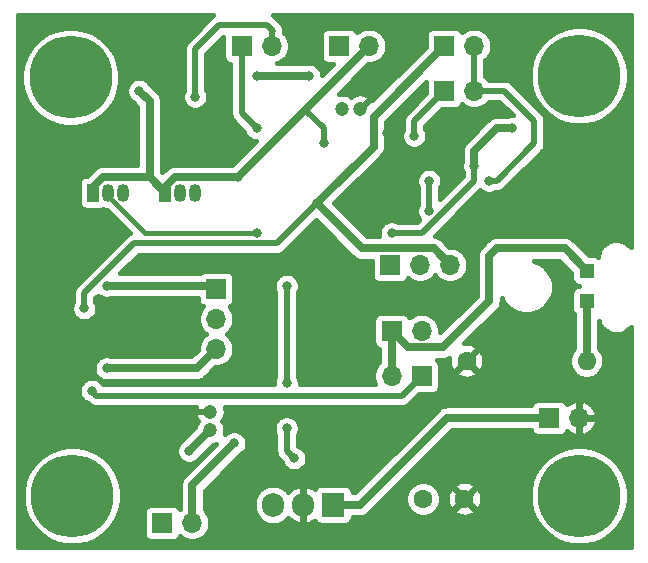
<source format=gbr>
%TF.GenerationSoftware,KiCad,Pcbnew,5.1.9-73d0e3b20d~88~ubuntu20.04.1*%
%TF.CreationDate,2021-04-18T23:12:54+02:00*%
%TF.ProjectId,interrupter,696e7465-7272-4757-9074-65722e6b6963,rev?*%
%TF.SameCoordinates,Original*%
%TF.FileFunction,Copper,L2,Bot*%
%TF.FilePolarity,Positive*%
%FSLAX46Y46*%
G04 Gerber Fmt 4.6, Leading zero omitted, Abs format (unit mm)*
G04 Created by KiCad (PCBNEW 5.1.9-73d0e3b20d~88~ubuntu20.04.1) date 2021-04-18 23:12:54*
%MOMM*%
%LPD*%
G01*
G04 APERTURE LIST*
%TA.AperFunction,ComponentPad*%
%ADD10O,1.700000X1.700000*%
%TD*%
%TA.AperFunction,ComponentPad*%
%ADD11R,1.700000X1.700000*%
%TD*%
%TA.AperFunction,ComponentPad*%
%ADD12C,7.000000*%
%TD*%
%TA.AperFunction,ComponentPad*%
%ADD13R,1.208000X1.208000*%
%TD*%
%TA.AperFunction,ComponentPad*%
%ADD14O,1.905000X2.000000*%
%TD*%
%TA.AperFunction,ComponentPad*%
%ADD15R,1.905000X2.000000*%
%TD*%
%TA.AperFunction,ComponentPad*%
%ADD16O,1.600000X1.600000*%
%TD*%
%TA.AperFunction,ComponentPad*%
%ADD17C,1.600000*%
%TD*%
%TA.AperFunction,ComponentPad*%
%ADD18R,1.050000X1.500000*%
%TD*%
%TA.AperFunction,ComponentPad*%
%ADD19O,1.050000X1.500000*%
%TD*%
%TA.AperFunction,ComponentPad*%
%ADD20C,1.200000*%
%TD*%
%TA.AperFunction,ViaPad*%
%ADD21C,0.800000*%
%TD*%
%TA.AperFunction,Conductor*%
%ADD22C,0.711200*%
%TD*%
%TA.AperFunction,Conductor*%
%ADD23C,0.508000*%
%TD*%
%TA.AperFunction,Conductor*%
%ADD24C,0.406400*%
%TD*%
%TA.AperFunction,Conductor*%
%ADD25C,0.381000*%
%TD*%
%TA.AperFunction,Conductor*%
%ADD26C,0.100000*%
%TD*%
G04 APERTURE END LIST*
D10*
%TO.P,J2,2*%
%TO.N,Net-(J2-Pad2)*%
X188214000Y-117856000D03*
D11*
%TO.P,J2,1*%
%TO.N,Net-(J2-Pad1)*%
X185674000Y-117856000D03*
%TD*%
D12*
%TO.P,REF\u002A\u002A,1*%
%TO.N,N/C*%
X220980000Y-115570000D03*
%TD*%
%TO.P,REF\u002A\u002A,1*%
%TO.N,N/C*%
X178054000Y-115570000D03*
%TD*%
D10*
%TO.P,J3,2*%
%TO.N,Net-(J3-Pad2)*%
X194945000Y-77470000D03*
D11*
%TO.P,J3,1*%
%TO.N,Net-(C1-Pad2)*%
X192405000Y-77470000D03*
%TD*%
D12*
%TO.P,REF\u002A\u002A,1*%
%TO.N,N/C*%
X177927000Y-80137000D03*
%TD*%
%TO.P,REF\u002A\u002A,1*%
%TO.N,N/C*%
X220980000Y-80010000D03*
%TD*%
D13*
%TO.P,U6,P$1*%
%TO.N,Net-(R14-Pad2)*%
X221615000Y-99090000D03*
%TO.P,U6,P$2*%
%TO.N,Net-(J10-Pad1)*%
X221615000Y-96490000D03*
%TD*%
D14*
%TO.P,U1,3*%
%TO.N,+9V*%
X195072000Y-116332000D03*
%TO.P,U1,2*%
%TO.N,GND*%
X197612000Y-116332000D03*
D15*
%TO.P,U1,1*%
%TO.N,Net-(J1-Pad1)*%
X200152000Y-116332000D03*
%TD*%
D16*
%TO.P,R14,2*%
%TO.N,Net-(R14-Pad2)*%
X221615000Y-104140000D03*
D17*
%TO.P,R14,1*%
%TO.N,GND*%
X211455000Y-104140000D03*
%TD*%
D18*
%TO.P,Q2,1*%
%TO.N,+9V*%
X185928000Y-89916000D03*
D19*
%TO.P,Q2,3*%
%TO.N,Net-(Q2-Pad3)*%
X188468000Y-89916000D03*
%TO.P,Q2,2*%
%TO.N,Net-(Q1-Pad3)*%
X187198000Y-89916000D03*
%TD*%
D18*
%TO.P,Q1,1*%
%TO.N,+9V*%
X179832000Y-89916000D03*
D19*
%TO.P,Q1,3*%
%TO.N,Net-(Q1-Pad3)*%
X182372000Y-89916000D03*
%TO.P,Q1,2*%
%TO.N,Net-(Q1-Pad2)*%
X181102000Y-89916000D03*
%TD*%
D10*
%TO.P,J10,2*%
%TO.N,Net-(J10-Pad2)*%
X207645000Y-101600000D03*
D11*
%TO.P,J10,1*%
%TO.N,Net-(J10-Pad1)*%
X205105000Y-101600000D03*
%TD*%
D10*
%TO.P,J8,3*%
%TO.N,BME*%
X210058000Y-96012000D03*
%TO.P,J8,2*%
%TO.N,Net-(J10-Pad2)*%
X207518000Y-96012000D03*
D11*
%TO.P,J8,1*%
%TO.N,Net-(J8-Pad1)*%
X204978000Y-96012000D03*
%TD*%
D10*
%TO.P,J7,2*%
%TO.N,Net-(J10-Pad1)*%
X205105000Y-105410000D03*
D11*
%TO.P,J7,1*%
%TO.N,Net-(J10-Pad2)*%
X207645000Y-105410000D03*
%TD*%
D10*
%TO.P,J6,2*%
%TO.N,Net-(J5-Pad2)*%
X212090000Y-81280000D03*
D11*
%TO.P,J6,1*%
%TO.N,Net-(J6-Pad1)*%
X209550000Y-81280000D03*
%TD*%
D10*
%TO.P,J5,2*%
%TO.N,Net-(J5-Pad2)*%
X212090000Y-77470000D03*
D11*
%TO.P,J5,1*%
%TO.N,BME*%
X209550000Y-77470000D03*
%TD*%
D10*
%TO.P,J4,3*%
%TO.N,Net-(J4-Pad3)*%
X190246000Y-103124000D03*
%TO.P,J4,2*%
%TO.N,Net-(J4-Pad2)*%
X190246000Y-100584000D03*
D11*
%TO.P,J4,1*%
%TO.N,Net-(J4-Pad1)*%
X190246000Y-98044000D03*
%TD*%
D10*
%TO.P,J1,2*%
%TO.N,GND*%
X220980000Y-108966000D03*
D11*
%TO.P,J1,1*%
%TO.N,Net-(J1-Pad1)*%
X218440000Y-108966000D03*
%TD*%
D17*
%TO.P,C9,2*%
%TO.N,GND*%
X211272000Y-115824000D03*
%TO.P,C9,1*%
%TO.N,+9V*%
X207772000Y-115824000D03*
%TD*%
D20*
%TO.P,C6,2*%
%TO.N,GND*%
X189738000Y-108482000D03*
%TO.P,C6,1*%
%TO.N,Net-(C6-Pad1)*%
X189738000Y-109982000D03*
%TD*%
%TO.P,C4,2*%
%TO.N,GND*%
X202414000Y-82804000D03*
%TO.P,C4,1*%
%TO.N,Net-(C4-Pad1)*%
X200914000Y-82804000D03*
%TD*%
D10*
%TO.P,J9,2*%
%TO.N,+9V*%
X203200000Y-77470000D03*
D11*
%TO.P,J9,1*%
%TO.N,Net-(C11-Pad2)*%
X200660000Y-77470000D03*
%TD*%
D21*
%TO.N,+9V*%
X199390000Y-85725000D03*
X212090000Y-87630000D03*
X215265000Y-84455000D03*
X205105000Y-93345000D03*
X192059610Y-88610390D03*
X183734000Y-81280000D03*
%TO.N,Net-(C1-Pad2)*%
X193675000Y-84455000D03*
%TO.N,Net-(C1-Pad1)*%
X198120000Y-80010000D03*
X193675000Y-80010000D03*
%TO.N,GND*%
X203200000Y-88900000D03*
X204724000Y-84836000D03*
X189484000Y-84836000D03*
X189992000Y-82296000D03*
X182245000Y-112776000D03*
%TO.N,Net-(C6-Pad1)*%
X187960000Y-111760000D03*
X196215000Y-109855000D03*
X196850000Y-112395000D03*
X196215000Y-97790000D03*
X196215000Y-106045000D03*
%TO.N,Net-(J2-Pad2)*%
X191770000Y-111125000D03*
X191770000Y-111125000D03*
%TO.N,Net-(J3-Pad2)*%
X188468000Y-81788000D03*
%TO.N,Net-(J4-Pad3)*%
X180975000Y-104775000D03*
%TO.N,Net-(J4-Pad1)*%
X180975000Y-97790000D03*
%TO.N,Net-(J5-Pad2)*%
X213360000Y-88900000D03*
%TO.N,BME*%
X198755000Y-90805000D03*
X179070000Y-99695000D03*
%TO.N,Net-(J6-Pad1)*%
X207010000Y-85090000D03*
%TO.N,Net-(J8-Pad1)*%
X208280000Y-91440000D03*
X208280000Y-88900000D03*
%TO.N,Net-(Q1-Pad2)*%
X193675000Y-93345000D03*
%TO.N,Net-(J10-Pad2)*%
X179705000Y-106680000D03*
%TD*%
D22*
%TO.N,+9V*%
X212090000Y-87630000D02*
X212090000Y-86360000D01*
X212090000Y-86360000D02*
X213995000Y-84455000D01*
X213995000Y-84455000D02*
X215265000Y-84455000D01*
X215265000Y-84455000D02*
X215265000Y-84455000D01*
X185928000Y-89432787D02*
X185928000Y-89916000D01*
X186750397Y-88610390D02*
X185928000Y-89432787D01*
X192059610Y-88610390D02*
X186750397Y-88610390D01*
X179832000Y-89432787D02*
X179832000Y-89916000D01*
X184622390Y-88610390D02*
X180654397Y-88610390D01*
X180654397Y-88610390D02*
X179832000Y-89432787D01*
X185928000Y-89916000D02*
X184622390Y-88610390D01*
D23*
X212090000Y-88893922D02*
X212090000Y-87630000D01*
X207638922Y-93345000D02*
X212090000Y-88893922D01*
X205105000Y-93345000D02*
X207638922Y-93345000D01*
X199390000Y-84455000D02*
X197802500Y-82867500D01*
X199390000Y-85725000D02*
X199390000Y-84455000D01*
D22*
X203200000Y-77470000D02*
X197802500Y-82867500D01*
X197802500Y-82867500D02*
X192059610Y-88610390D01*
X184622390Y-82168390D02*
X184622390Y-88610390D01*
X183734000Y-81280000D02*
X184622390Y-82168390D01*
D23*
%TO.N,Net-(C1-Pad2)*%
X192405000Y-77470000D02*
X192405000Y-83185000D01*
X192405000Y-83185000D02*
X193675000Y-84455000D01*
X193675000Y-84455000D02*
X193675000Y-84455000D01*
D22*
%TO.N,Net-(C1-Pad1)*%
X198120000Y-80010000D02*
X193675000Y-80010000D01*
D23*
%TO.N,GND*%
X203200000Y-88900000D02*
X204724000Y-87376000D01*
X204724000Y-87376000D02*
X204724000Y-84836000D01*
X189484000Y-82804000D02*
X189992000Y-82296000D01*
X189484000Y-84836000D02*
X189484000Y-82804000D01*
X189738000Y-108482000D02*
X186920000Y-108482000D01*
X182626000Y-112776000D02*
X182245000Y-112776000D01*
X186920000Y-108482000D02*
X182626000Y-112776000D01*
D22*
%TO.N,Net-(C6-Pad1)*%
X187960000Y-111760000D02*
X189738000Y-109982000D01*
D23*
X196215000Y-109855000D02*
X196215000Y-111125000D01*
X196215000Y-111125000D02*
X196215000Y-111760000D01*
X196215000Y-111760000D02*
X196850000Y-112395000D01*
X196850000Y-112395000D02*
X196850000Y-112395000D01*
X196215000Y-97790000D02*
X196215000Y-106045000D01*
D22*
%TO.N,Net-(J1-Pad1)*%
X200152000Y-116332000D02*
X202438000Y-116332000D01*
X209804000Y-108966000D02*
X218440000Y-108966000D01*
X202438000Y-116332000D02*
X209804000Y-108966000D01*
%TO.N,Net-(J2-Pad2)*%
X188214000Y-117856000D02*
X188214000Y-114681000D01*
X188214000Y-114681000D02*
X191770000Y-111125000D01*
X191770000Y-111125000D02*
X191770000Y-111125000D01*
X191770000Y-111125000D02*
X191770000Y-111125000D01*
D23*
%TO.N,Net-(J3-Pad2)*%
X195072000Y-76200000D02*
X194945000Y-76327000D01*
X194564000Y-75692000D02*
X195072000Y-76200000D01*
X190500000Y-75692000D02*
X194564000Y-75692000D01*
X194945000Y-76327000D02*
X194945000Y-77470000D01*
X188468000Y-77724000D02*
X190500000Y-75692000D01*
X188468000Y-81788000D02*
X188468000Y-77724000D01*
D22*
%TO.N,Net-(J4-Pad3)*%
X188595000Y-104775000D02*
X190246000Y-103124000D01*
X180975000Y-104775000D02*
X188595000Y-104775000D01*
%TO.N,Net-(J4-Pad1)*%
X189992000Y-97790000D02*
X190246000Y-98044000D01*
X180975000Y-97790000D02*
X189992000Y-97790000D01*
D23*
%TO.N,Net-(J5-Pad2)*%
X212090000Y-77470000D02*
X212090000Y-81280000D01*
X214630000Y-81280000D02*
X212090000Y-81280000D01*
X217170000Y-83820000D02*
X214630000Y-81280000D01*
X217170000Y-85725000D02*
X217170000Y-83820000D01*
X213995000Y-88900000D02*
X217170000Y-85725000D01*
X213360000Y-88900000D02*
X213995000Y-88900000D01*
D22*
%TO.N,BME*%
X208652399Y-94606399D02*
X202556399Y-94606399D01*
X210058000Y-96012000D02*
X208652399Y-94606399D01*
X202556399Y-94606399D02*
X198755000Y-90805000D01*
X198755000Y-90805000D02*
X198755000Y-90805000D01*
X203569601Y-83450399D02*
X209550000Y-77470000D01*
X203569601Y-85990399D02*
X203569601Y-83450399D01*
X198755000Y-90805000D02*
X203569601Y-85990399D01*
D23*
X195360999Y-94199001D02*
X198755000Y-90805000D01*
X183302077Y-94199001D02*
X195360999Y-94199001D01*
X179070000Y-98431078D02*
X183302077Y-94199001D01*
X179070000Y-99695000D02*
X179070000Y-98431078D01*
%TO.N,Net-(J6-Pad1)*%
X207010000Y-83820000D02*
X209550000Y-81280000D01*
X207010000Y-85090000D02*
X207010000Y-83820000D01*
%TO.N,Net-(J8-Pad1)*%
X208280000Y-91440000D02*
X208280000Y-88900000D01*
D24*
%TO.N,Net-(Q1-Pad2)*%
X181102000Y-90183687D02*
X184263313Y-93345000D01*
X181102000Y-89916000D02*
X181102000Y-90183687D01*
X184263313Y-93345000D02*
X193675000Y-93345000D01*
D22*
%TO.N,Net-(R14-Pad2)*%
X221615000Y-104140000D02*
X221615000Y-99090000D01*
%TO.N,Net-(J10-Pad1)*%
X205105000Y-105410000D02*
X205105000Y-101600000D01*
X213360000Y-95250000D02*
X213995000Y-94615000D01*
X213360000Y-99060000D02*
X213360000Y-95250000D01*
X213995000Y-94615000D02*
X219740000Y-94615000D01*
X209414399Y-103005601D02*
X213360000Y-99060000D01*
X219740000Y-94615000D02*
X221615000Y-96490000D01*
X206510601Y-103005601D02*
X209414399Y-103005601D01*
X205105000Y-101600000D02*
X206510601Y-103005601D01*
D23*
%TO.N,Net-(J10-Pad2)*%
X205975001Y-107079999D02*
X207645000Y-105410000D01*
X180104999Y-107079999D02*
X205975001Y-107079999D01*
X179705000Y-106680000D02*
X180104999Y-107079999D01*
%TD*%
D25*
%TO.N,GND*%
X189968259Y-74896194D02*
X189823222Y-75015222D01*
X189793397Y-75051564D01*
X187827564Y-77017398D01*
X187791223Y-77047222D01*
X187761399Y-77083563D01*
X187672194Y-77192260D01*
X187583749Y-77357731D01*
X187529283Y-77537278D01*
X187510892Y-77724000D01*
X187515501Y-77770794D01*
X187515500Y-81236269D01*
X187494522Y-81267665D01*
X187411715Y-81467579D01*
X187369500Y-81679807D01*
X187369500Y-81896193D01*
X187411715Y-82108421D01*
X187494522Y-82308335D01*
X187614739Y-82488253D01*
X187767747Y-82641261D01*
X187947665Y-82761478D01*
X188147579Y-82844285D01*
X188359807Y-82886500D01*
X188576193Y-82886500D01*
X188788421Y-82844285D01*
X188988335Y-82761478D01*
X189168253Y-82641261D01*
X189321261Y-82488253D01*
X189441478Y-82308335D01*
X189524285Y-82108421D01*
X189566500Y-81896193D01*
X189566500Y-81679807D01*
X189524285Y-81467579D01*
X189441478Y-81267665D01*
X189420500Y-81236269D01*
X189420500Y-78118538D01*
X190853121Y-76685918D01*
X190853121Y-78320000D01*
X190866607Y-78456930D01*
X190906548Y-78588597D01*
X190971409Y-78709943D01*
X191058697Y-78816303D01*
X191165057Y-78903591D01*
X191286403Y-78968452D01*
X191418070Y-79008393D01*
X191452500Y-79011784D01*
X191452501Y-83138205D01*
X191447892Y-83185000D01*
X191466283Y-83371722D01*
X191520749Y-83551269D01*
X191609194Y-83716740D01*
X191655542Y-83773215D01*
X191728223Y-83861778D01*
X191764564Y-83891602D01*
X192611348Y-84738387D01*
X192618715Y-84775421D01*
X192701522Y-84975335D01*
X192821739Y-85155253D01*
X192974747Y-85308261D01*
X193154665Y-85428478D01*
X193354579Y-85511285D01*
X193566807Y-85553500D01*
X193625779Y-85553500D01*
X191622989Y-87556290D01*
X186802179Y-87556290D01*
X186750397Y-87551190D01*
X186698615Y-87556290D01*
X186543757Y-87571542D01*
X186345059Y-87631817D01*
X186161937Y-87729697D01*
X186001429Y-87861422D01*
X185968414Y-87901651D01*
X185686393Y-88183672D01*
X185676490Y-88173768D01*
X185676490Y-82220168D01*
X185681590Y-82168389D01*
X185676490Y-82116608D01*
X185661238Y-81961750D01*
X185600963Y-81763052D01*
X185503083Y-81579930D01*
X185371358Y-81419422D01*
X185331129Y-81386407D01*
X184709664Y-80764943D01*
X184707478Y-80759665D01*
X184587261Y-80579747D01*
X184434253Y-80426739D01*
X184254335Y-80306522D01*
X184054421Y-80223715D01*
X183842193Y-80181500D01*
X183625807Y-80181500D01*
X183413579Y-80223715D01*
X183213665Y-80306522D01*
X183033747Y-80426739D01*
X182880739Y-80579747D01*
X182760522Y-80759665D01*
X182677715Y-80959579D01*
X182635500Y-81171807D01*
X182635500Y-81388193D01*
X182677715Y-81600421D01*
X182760522Y-81800335D01*
X182880739Y-81980253D01*
X183033747Y-82133261D01*
X183213665Y-82253478D01*
X183218943Y-82255664D01*
X183568290Y-82605012D01*
X183568291Y-87556290D01*
X180706179Y-87556290D01*
X180654397Y-87551190D01*
X180602615Y-87556290D01*
X180447757Y-87571542D01*
X180249059Y-87631817D01*
X180065937Y-87729697D01*
X179905429Y-87861422D01*
X179872414Y-87901651D01*
X179309945Y-88464121D01*
X179307000Y-88464121D01*
X179170070Y-88477607D01*
X179038403Y-88517548D01*
X178917057Y-88582409D01*
X178810697Y-88669697D01*
X178723409Y-88776057D01*
X178658548Y-88897403D01*
X178618607Y-89029070D01*
X178605121Y-89166000D01*
X178605121Y-90666000D01*
X178618607Y-90802930D01*
X178658548Y-90934597D01*
X178723409Y-91055943D01*
X178810697Y-91162303D01*
X178917057Y-91249591D01*
X179038403Y-91314452D01*
X179170070Y-91354393D01*
X179307000Y-91367879D01*
X180357000Y-91367879D01*
X180493930Y-91354393D01*
X180625597Y-91314452D01*
X180672639Y-91289307D01*
X180862153Y-91346796D01*
X181003872Y-91360754D01*
X182952731Y-93309615D01*
X182935807Y-93314749D01*
X182879212Y-93345000D01*
X182770336Y-93403195D01*
X182625299Y-93522223D01*
X182595470Y-93558570D01*
X178429565Y-97724475D01*
X178393223Y-97754300D01*
X178363399Y-97790641D01*
X178274194Y-97899338D01*
X178185749Y-98064809D01*
X178131283Y-98244356D01*
X178112892Y-98431078D01*
X178117501Y-98477872D01*
X178117500Y-99143268D01*
X178096522Y-99174665D01*
X178013715Y-99374579D01*
X177971500Y-99586807D01*
X177971500Y-99803193D01*
X178013715Y-100015421D01*
X178096522Y-100215335D01*
X178216739Y-100395253D01*
X178369747Y-100548261D01*
X178549665Y-100668478D01*
X178749579Y-100751285D01*
X178961807Y-100793500D01*
X179178193Y-100793500D01*
X179390421Y-100751285D01*
X179590335Y-100668478D01*
X179770253Y-100548261D01*
X179923261Y-100395253D01*
X180043478Y-100215335D01*
X180126285Y-100015421D01*
X180168500Y-99803193D01*
X180168500Y-99586807D01*
X180126285Y-99374579D01*
X180043478Y-99174665D01*
X180022500Y-99143269D01*
X180022500Y-98825616D01*
X180239801Y-98608315D01*
X180274747Y-98643261D01*
X180454665Y-98763478D01*
X180654579Y-98846285D01*
X180866807Y-98888500D01*
X181083193Y-98888500D01*
X181295421Y-98846285D01*
X181300696Y-98844100D01*
X188694121Y-98844100D01*
X188694121Y-98894000D01*
X188707607Y-99030930D01*
X188747548Y-99162597D01*
X188812409Y-99283943D01*
X188899697Y-99390303D01*
X189006057Y-99477591D01*
X189108005Y-99532084D01*
X189043201Y-99596888D01*
X188873737Y-99850510D01*
X188757008Y-100132319D01*
X188697500Y-100431486D01*
X188697500Y-100736514D01*
X188757008Y-101035681D01*
X188873737Y-101317490D01*
X189043201Y-101571112D01*
X189258888Y-101786799D01*
X189359462Y-101854000D01*
X189258888Y-101921201D01*
X189043201Y-102136888D01*
X188873737Y-102390510D01*
X188757008Y-102672319D01*
X188697500Y-102971486D01*
X188697500Y-103181778D01*
X188158379Y-103720900D01*
X181300696Y-103720900D01*
X181295421Y-103718715D01*
X181083193Y-103676500D01*
X180866807Y-103676500D01*
X180654579Y-103718715D01*
X180454665Y-103801522D01*
X180274747Y-103921739D01*
X180121739Y-104074747D01*
X180001522Y-104254665D01*
X179918715Y-104454579D01*
X179876500Y-104666807D01*
X179876500Y-104883193D01*
X179918715Y-105095421D01*
X180001522Y-105295335D01*
X180121739Y-105475253D01*
X180274747Y-105628261D01*
X180454665Y-105748478D01*
X180654579Y-105831285D01*
X180866807Y-105873500D01*
X181083193Y-105873500D01*
X181295421Y-105831285D01*
X181300696Y-105829100D01*
X188543218Y-105829100D01*
X188595000Y-105834200D01*
X188646782Y-105829100D01*
X188801640Y-105813848D01*
X189000338Y-105753573D01*
X189183460Y-105655693D01*
X189343968Y-105523968D01*
X189376987Y-105483734D01*
X190188222Y-104672500D01*
X190398514Y-104672500D01*
X190697681Y-104612992D01*
X190979490Y-104496263D01*
X191233112Y-104326799D01*
X191448799Y-104111112D01*
X191618263Y-103857490D01*
X191734992Y-103575681D01*
X191794500Y-103276514D01*
X191794500Y-102971486D01*
X191734992Y-102672319D01*
X191618263Y-102390510D01*
X191448799Y-102136888D01*
X191233112Y-101921201D01*
X191132538Y-101854000D01*
X191233112Y-101786799D01*
X191448799Y-101571112D01*
X191618263Y-101317490D01*
X191734992Y-101035681D01*
X191794500Y-100736514D01*
X191794500Y-100431486D01*
X191734992Y-100132319D01*
X191618263Y-99850510D01*
X191448799Y-99596888D01*
X191383995Y-99532084D01*
X191485943Y-99477591D01*
X191592303Y-99390303D01*
X191679591Y-99283943D01*
X191744452Y-99162597D01*
X191784393Y-99030930D01*
X191797879Y-98894000D01*
X191797879Y-97194000D01*
X191784393Y-97057070D01*
X191744452Y-96925403D01*
X191679591Y-96804057D01*
X191592303Y-96697697D01*
X191485943Y-96610409D01*
X191364597Y-96545548D01*
X191232930Y-96505607D01*
X191096000Y-96492121D01*
X189396000Y-96492121D01*
X189259070Y-96505607D01*
X189127403Y-96545548D01*
X189006057Y-96610409D01*
X188899697Y-96697697D01*
X188868344Y-96735900D01*
X182112216Y-96735900D01*
X183696615Y-95151501D01*
X195314214Y-95151501D01*
X195360999Y-95156109D01*
X195407784Y-95151501D01*
X195547722Y-95137718D01*
X195727268Y-95083253D01*
X195892740Y-94994807D01*
X196037777Y-94875779D01*
X196067606Y-94839432D01*
X198683159Y-92223880D01*
X201774416Y-95315138D01*
X201807431Y-95355367D01*
X201967939Y-95487092D01*
X202151061Y-95584972D01*
X202349759Y-95645247D01*
X202556398Y-95665599D01*
X202608180Y-95660499D01*
X203426121Y-95660499D01*
X203426121Y-96862000D01*
X203439607Y-96998930D01*
X203479548Y-97130597D01*
X203544409Y-97251943D01*
X203631697Y-97358303D01*
X203738057Y-97445591D01*
X203859403Y-97510452D01*
X203991070Y-97550393D01*
X204128000Y-97563879D01*
X205828000Y-97563879D01*
X205964930Y-97550393D01*
X206096597Y-97510452D01*
X206217943Y-97445591D01*
X206324303Y-97358303D01*
X206411591Y-97251943D01*
X206466084Y-97149995D01*
X206530888Y-97214799D01*
X206784510Y-97384263D01*
X207066319Y-97500992D01*
X207365486Y-97560500D01*
X207670514Y-97560500D01*
X207969681Y-97500992D01*
X208251490Y-97384263D01*
X208505112Y-97214799D01*
X208720799Y-96999112D01*
X208788000Y-96898538D01*
X208855201Y-96999112D01*
X209070888Y-97214799D01*
X209324510Y-97384263D01*
X209606319Y-97500992D01*
X209905486Y-97560500D01*
X210210514Y-97560500D01*
X210509681Y-97500992D01*
X210791490Y-97384263D01*
X211045112Y-97214799D01*
X211260799Y-96999112D01*
X211430263Y-96745490D01*
X211546992Y-96463681D01*
X211606500Y-96164514D01*
X211606500Y-95859486D01*
X211546992Y-95560319D01*
X211430263Y-95278510D01*
X211260799Y-95024888D01*
X211045112Y-94809201D01*
X210791490Y-94639737D01*
X210509681Y-94523008D01*
X210210514Y-94463500D01*
X210000221Y-94463500D01*
X209434386Y-93897665D01*
X209401367Y-93857431D01*
X209240859Y-93725706D01*
X209057737Y-93627826D01*
X208859039Y-93567551D01*
X208771983Y-93558977D01*
X212618723Y-89712237D01*
X212659747Y-89753261D01*
X212839665Y-89873478D01*
X213039579Y-89956285D01*
X213251807Y-89998500D01*
X213468193Y-89998500D01*
X213680421Y-89956285D01*
X213880335Y-89873478D01*
X213911731Y-89852500D01*
X213948215Y-89852500D01*
X213995000Y-89857108D01*
X214041785Y-89852500D01*
X214181723Y-89838717D01*
X214361269Y-89784252D01*
X214526741Y-89695806D01*
X214671778Y-89576778D01*
X214701607Y-89540431D01*
X217810436Y-86431603D01*
X217846778Y-86401778D01*
X217965806Y-86256741D01*
X218054252Y-86091269D01*
X218108717Y-85911723D01*
X218122500Y-85771785D01*
X218122500Y-85771784D01*
X218127108Y-85725001D01*
X218122500Y-85678216D01*
X218122500Y-83866784D01*
X218127108Y-83819999D01*
X218108717Y-83633277D01*
X218091417Y-83576246D01*
X218054252Y-83453731D01*
X217965806Y-83288259D01*
X217846778Y-83143222D01*
X217810431Y-83113393D01*
X215336607Y-80639569D01*
X215306778Y-80603222D01*
X215161741Y-80484194D01*
X214996269Y-80395748D01*
X214816723Y-80341283D01*
X214676785Y-80327500D01*
X214630000Y-80322892D01*
X214583215Y-80327500D01*
X213315926Y-80327500D01*
X213292799Y-80292888D01*
X213077112Y-80077201D01*
X213042500Y-80054074D01*
X213042500Y-79596484D01*
X216781500Y-79596484D01*
X216781500Y-80423516D01*
X216942846Y-81234657D01*
X217259337Y-81998736D01*
X217718812Y-82686388D01*
X218303612Y-83271188D01*
X218991264Y-83730663D01*
X219755343Y-84047154D01*
X220566484Y-84208500D01*
X221393516Y-84208500D01*
X222204657Y-84047154D01*
X222968736Y-83730663D01*
X223656388Y-83271188D01*
X224241188Y-82686388D01*
X224700663Y-81998736D01*
X225017154Y-81234657D01*
X225178500Y-80423516D01*
X225178500Y-79596484D01*
X225017154Y-78785343D01*
X224700663Y-78021264D01*
X224241188Y-77333612D01*
X223656388Y-76748812D01*
X222968736Y-76289337D01*
X222204657Y-75972846D01*
X221393516Y-75811500D01*
X220566484Y-75811500D01*
X219755343Y-75972846D01*
X218991264Y-76289337D01*
X218303612Y-76748812D01*
X217718812Y-77333612D01*
X217259337Y-78021264D01*
X216942846Y-78785343D01*
X216781500Y-79596484D01*
X213042500Y-79596484D01*
X213042500Y-78695926D01*
X213077112Y-78672799D01*
X213292799Y-78457112D01*
X213462263Y-78203490D01*
X213578992Y-77921681D01*
X213638500Y-77622514D01*
X213638500Y-77317486D01*
X213578992Y-77018319D01*
X213462263Y-76736510D01*
X213292799Y-76482888D01*
X213077112Y-76267201D01*
X212823490Y-76097737D01*
X212541681Y-75981008D01*
X212242514Y-75921500D01*
X211937486Y-75921500D01*
X211638319Y-75981008D01*
X211356510Y-76097737D01*
X211102888Y-76267201D01*
X211038084Y-76332005D01*
X210983591Y-76230057D01*
X210896303Y-76123697D01*
X210789943Y-76036409D01*
X210668597Y-75971548D01*
X210536930Y-75931607D01*
X210400000Y-75918121D01*
X208700000Y-75918121D01*
X208563070Y-75931607D01*
X208431403Y-75971548D01*
X208310057Y-76036409D01*
X208203697Y-76123697D01*
X208116409Y-76230057D01*
X208051548Y-76351403D01*
X208011607Y-76483070D01*
X207998121Y-76620000D01*
X207998121Y-77531156D01*
X203448702Y-82080577D01*
X203256781Y-82051021D01*
X202503803Y-82804000D01*
X202517945Y-82818142D01*
X202428142Y-82907945D01*
X202414000Y-82893803D01*
X202399858Y-82907945D01*
X202310055Y-82818142D01*
X202324197Y-82804000D01*
X202310055Y-82789858D01*
X202399858Y-82700055D01*
X202414000Y-82714197D01*
X203166979Y-81961219D01*
X203128651Y-81712335D01*
X202901946Y-81593890D01*
X202656490Y-81521949D01*
X202401714Y-81499276D01*
X202147412Y-81526742D01*
X201903354Y-81603294D01*
X201699349Y-81712335D01*
X201691708Y-81761955D01*
X201529070Y-81653284D01*
X201292759Y-81555401D01*
X201041891Y-81505500D01*
X200786109Y-81505500D01*
X200622721Y-81538000D01*
X203142222Y-79018500D01*
X203352514Y-79018500D01*
X203651681Y-78958992D01*
X203933490Y-78842263D01*
X204187112Y-78672799D01*
X204402799Y-78457112D01*
X204572263Y-78203490D01*
X204688992Y-77921681D01*
X204748500Y-77622514D01*
X204748500Y-77317486D01*
X204688992Y-77018319D01*
X204572263Y-76736510D01*
X204402799Y-76482888D01*
X204187112Y-76267201D01*
X203933490Y-76097737D01*
X203651681Y-75981008D01*
X203352514Y-75921500D01*
X203047486Y-75921500D01*
X202748319Y-75981008D01*
X202466510Y-76097737D01*
X202212888Y-76267201D01*
X202148084Y-76332005D01*
X202093591Y-76230057D01*
X202006303Y-76123697D01*
X201899943Y-76036409D01*
X201778597Y-75971548D01*
X201646930Y-75931607D01*
X201510000Y-75918121D01*
X199810000Y-75918121D01*
X199673070Y-75931607D01*
X199541403Y-75971548D01*
X199420057Y-76036409D01*
X199313697Y-76123697D01*
X199226409Y-76230057D01*
X199161548Y-76351403D01*
X199121607Y-76483070D01*
X199108121Y-76620000D01*
X199108121Y-78320000D01*
X199121607Y-78456930D01*
X199161548Y-78588597D01*
X199226409Y-78709943D01*
X199313697Y-78816303D01*
X199420057Y-78903591D01*
X199541403Y-78968452D01*
X199673070Y-79008393D01*
X199810000Y-79021879D01*
X200157399Y-79021879D01*
X199218500Y-79960779D01*
X199218500Y-79901807D01*
X199176285Y-79689579D01*
X199093478Y-79489665D01*
X198973261Y-79309747D01*
X198820253Y-79156739D01*
X198640335Y-79036522D01*
X198440421Y-78953715D01*
X198228193Y-78911500D01*
X198011807Y-78911500D01*
X197799579Y-78953715D01*
X197794304Y-78955900D01*
X195404146Y-78955900D01*
X195678490Y-78842263D01*
X195932112Y-78672799D01*
X196147799Y-78457112D01*
X196317263Y-78203490D01*
X196433992Y-77921681D01*
X196493500Y-77622514D01*
X196493500Y-77317486D01*
X196433992Y-77018319D01*
X196317263Y-76736510D01*
X196147799Y-76482888D01*
X196014386Y-76349475D01*
X196029108Y-76200001D01*
X196019244Y-76099846D01*
X196010717Y-76013277D01*
X195956251Y-75833730D01*
X195908976Y-75745285D01*
X195867806Y-75668261D01*
X195748777Y-75523223D01*
X195712436Y-75493399D01*
X195270608Y-75051570D01*
X195240778Y-75015222D01*
X195095741Y-74896194D01*
X195086959Y-74891500D01*
X225336500Y-74891500D01*
X225336500Y-74965536D01*
X225336501Y-74965546D01*
X225336500Y-94520876D01*
X225278961Y-94434762D01*
X225070238Y-94226039D01*
X224824806Y-94062046D01*
X224552096Y-93949086D01*
X224262589Y-93891500D01*
X223967411Y-93891500D01*
X223677904Y-93949086D01*
X223405194Y-94062046D01*
X223159762Y-94226039D01*
X222951039Y-94434762D01*
X222787046Y-94680194D01*
X222674086Y-94952904D01*
X222616500Y-95242411D01*
X222616500Y-95308611D01*
X222608943Y-95302409D01*
X222487597Y-95237548D01*
X222355930Y-95197607D01*
X222219000Y-95184121D01*
X221799843Y-95184121D01*
X220521987Y-93906266D01*
X220488968Y-93866032D01*
X220328460Y-93734307D01*
X220145338Y-93636427D01*
X219946640Y-93576152D01*
X219791782Y-93560900D01*
X219740000Y-93555800D01*
X219688218Y-93560900D01*
X214046782Y-93560900D01*
X213995000Y-93555800D01*
X213943218Y-93560900D01*
X213788360Y-93576152D01*
X213589661Y-93636427D01*
X213531975Y-93667261D01*
X213406540Y-93734307D01*
X213246032Y-93866032D01*
X213213013Y-93906266D01*
X212651262Y-94468017D01*
X212611033Y-94501032D01*
X212497201Y-94639737D01*
X212479307Y-94661541D01*
X212381428Y-94844662D01*
X212321152Y-95043361D01*
X212300800Y-95250000D01*
X212305901Y-95301791D01*
X212305900Y-98623377D01*
X209193500Y-101735779D01*
X209193500Y-101447486D01*
X209133992Y-101148319D01*
X209017263Y-100866510D01*
X208847799Y-100612888D01*
X208632112Y-100397201D01*
X208378490Y-100227737D01*
X208096681Y-100111008D01*
X207797514Y-100051500D01*
X207492486Y-100051500D01*
X207193319Y-100111008D01*
X206911510Y-100227737D01*
X206657888Y-100397201D01*
X206593084Y-100462005D01*
X206538591Y-100360057D01*
X206451303Y-100253697D01*
X206344943Y-100166409D01*
X206223597Y-100101548D01*
X206091930Y-100061607D01*
X205955000Y-100048121D01*
X204255000Y-100048121D01*
X204118070Y-100061607D01*
X203986403Y-100101548D01*
X203865057Y-100166409D01*
X203758697Y-100253697D01*
X203671409Y-100360057D01*
X203606548Y-100481403D01*
X203566607Y-100613070D01*
X203553121Y-100750000D01*
X203553121Y-102450000D01*
X203566607Y-102586930D01*
X203606548Y-102718597D01*
X203671409Y-102839943D01*
X203758697Y-102946303D01*
X203865057Y-103033591D01*
X203986403Y-103098452D01*
X204050901Y-103118017D01*
X204050900Y-104274189D01*
X203902201Y-104422888D01*
X203732737Y-104676510D01*
X203616008Y-104958319D01*
X203556500Y-105257486D01*
X203556500Y-105562514D01*
X203616008Y-105861681D01*
X203726113Y-106127499D01*
X197313500Y-106127499D01*
X197313500Y-105936807D01*
X197271285Y-105724579D01*
X197188478Y-105524665D01*
X197167500Y-105493269D01*
X197167500Y-98341731D01*
X197188478Y-98310335D01*
X197271285Y-98110421D01*
X197313500Y-97898193D01*
X197313500Y-97681807D01*
X197271285Y-97469579D01*
X197188478Y-97269665D01*
X197068261Y-97089747D01*
X196915253Y-96936739D01*
X196735335Y-96816522D01*
X196535421Y-96733715D01*
X196323193Y-96691500D01*
X196106807Y-96691500D01*
X195894579Y-96733715D01*
X195694665Y-96816522D01*
X195514747Y-96936739D01*
X195361739Y-97089747D01*
X195241522Y-97269665D01*
X195158715Y-97469579D01*
X195116500Y-97681807D01*
X195116500Y-97898193D01*
X195158715Y-98110421D01*
X195241522Y-98310335D01*
X195262500Y-98341731D01*
X195262501Y-105493268D01*
X195241522Y-105524665D01*
X195158715Y-105724579D01*
X195116500Y-105936807D01*
X195116500Y-106127499D01*
X180656985Y-106127499D01*
X180558261Y-105979747D01*
X180405253Y-105826739D01*
X180225335Y-105706522D01*
X180025421Y-105623715D01*
X179813193Y-105581500D01*
X179596807Y-105581500D01*
X179384579Y-105623715D01*
X179184665Y-105706522D01*
X179004747Y-105826739D01*
X178851739Y-105979747D01*
X178731522Y-106159665D01*
X178648715Y-106359579D01*
X178606500Y-106571807D01*
X178606500Y-106788193D01*
X178648715Y-107000421D01*
X178731522Y-107200335D01*
X178851739Y-107380253D01*
X179004747Y-107533261D01*
X179184665Y-107653478D01*
X179384579Y-107736285D01*
X179416637Y-107742662D01*
X179428221Y-107756777D01*
X179573258Y-107875805D01*
X179738730Y-107964251D01*
X179918276Y-108018716D01*
X180104998Y-108037107D01*
X180151783Y-108032499D01*
X188516622Y-108032499D01*
X188455949Y-108239510D01*
X188433276Y-108494286D01*
X188460742Y-108748588D01*
X188537294Y-108992646D01*
X188646335Y-109196651D01*
X188695955Y-109204292D01*
X188587284Y-109366930D01*
X188489401Y-109603241D01*
X188455474Y-109773805D01*
X187444943Y-110784336D01*
X187439665Y-110786522D01*
X187259747Y-110906739D01*
X187106739Y-111059747D01*
X186986522Y-111239665D01*
X186903715Y-111439579D01*
X186861500Y-111651807D01*
X186861500Y-111868193D01*
X186903715Y-112080421D01*
X186986522Y-112280335D01*
X187106739Y-112460253D01*
X187259747Y-112613261D01*
X187439665Y-112733478D01*
X187639579Y-112816285D01*
X187851807Y-112858500D01*
X188068193Y-112858500D01*
X188280421Y-112816285D01*
X188480335Y-112733478D01*
X188660253Y-112613261D01*
X188813261Y-112460253D01*
X188933478Y-112280335D01*
X188935664Y-112275057D01*
X189946195Y-111264526D01*
X190116759Y-111230599D01*
X190213926Y-111190351D01*
X187505262Y-113899017D01*
X187465033Y-113932032D01*
X187347887Y-114074776D01*
X187333307Y-114092541D01*
X187235428Y-114275662D01*
X187175152Y-114474361D01*
X187154800Y-114681000D01*
X187159901Y-114732791D01*
X187159900Y-116713921D01*
X187107591Y-116616057D01*
X187020303Y-116509697D01*
X186913943Y-116422409D01*
X186792597Y-116357548D01*
X186660930Y-116317607D01*
X186524000Y-116304121D01*
X184824000Y-116304121D01*
X184687070Y-116317607D01*
X184555403Y-116357548D01*
X184434057Y-116422409D01*
X184327697Y-116509697D01*
X184240409Y-116616057D01*
X184175548Y-116737403D01*
X184135607Y-116869070D01*
X184122121Y-117006000D01*
X184122121Y-118706000D01*
X184135607Y-118842930D01*
X184175548Y-118974597D01*
X184240409Y-119095943D01*
X184327697Y-119202303D01*
X184434057Y-119289591D01*
X184555403Y-119354452D01*
X184687070Y-119394393D01*
X184824000Y-119407879D01*
X186524000Y-119407879D01*
X186660930Y-119394393D01*
X186792597Y-119354452D01*
X186913943Y-119289591D01*
X187020303Y-119202303D01*
X187107591Y-119095943D01*
X187162084Y-118993995D01*
X187226888Y-119058799D01*
X187480510Y-119228263D01*
X187762319Y-119344992D01*
X188061486Y-119404500D01*
X188366514Y-119404500D01*
X188665681Y-119344992D01*
X188947490Y-119228263D01*
X189201112Y-119058799D01*
X189416799Y-118843112D01*
X189586263Y-118589490D01*
X189702992Y-118307681D01*
X189762500Y-118008514D01*
X189762500Y-117703486D01*
X189702992Y-117404319D01*
X189586263Y-117122510D01*
X189416799Y-116868888D01*
X189268100Y-116720189D01*
X189268100Y-116203396D01*
X193421000Y-116203396D01*
X193421000Y-116460603D01*
X193444889Y-116703152D01*
X193539295Y-117014366D01*
X193692602Y-117301183D01*
X193898918Y-117552582D01*
X194150316Y-117758898D01*
X194437133Y-117912205D01*
X194748347Y-118006611D01*
X195072000Y-118038488D01*
X195395652Y-118006611D01*
X195706866Y-117912205D01*
X195993683Y-117758898D01*
X196245082Y-117552582D01*
X196346664Y-117428803D01*
X196410720Y-117511741D01*
X196654692Y-117724343D01*
X196935452Y-117885264D01*
X197242212Y-117988319D01*
X197291200Y-117999033D01*
X197548500Y-117854509D01*
X197548500Y-116395500D01*
X197528500Y-116395500D01*
X197528500Y-116268500D01*
X197548500Y-116268500D01*
X197548500Y-114809491D01*
X197675500Y-114809491D01*
X197675500Y-116268500D01*
X197695500Y-116268500D01*
X197695500Y-116395500D01*
X197675500Y-116395500D01*
X197675500Y-117854509D01*
X197932800Y-117999033D01*
X197981788Y-117988319D01*
X198288548Y-117885264D01*
X198569308Y-117724343D01*
X198601976Y-117695876D01*
X198615909Y-117721943D01*
X198703197Y-117828303D01*
X198809557Y-117915591D01*
X198930903Y-117980452D01*
X199062570Y-118020393D01*
X199199500Y-118033879D01*
X201104500Y-118033879D01*
X201241430Y-118020393D01*
X201373097Y-117980452D01*
X201494443Y-117915591D01*
X201600803Y-117828303D01*
X201688091Y-117721943D01*
X201752952Y-117600597D01*
X201792893Y-117468930D01*
X201801051Y-117386100D01*
X202386218Y-117386100D01*
X202438000Y-117391200D01*
X202489782Y-117386100D01*
X202644640Y-117370848D01*
X202843338Y-117310573D01*
X203026460Y-117212693D01*
X203186968Y-117080968D01*
X203219987Y-117040734D01*
X204584310Y-115676411D01*
X206273500Y-115676411D01*
X206273500Y-115971589D01*
X206331086Y-116261096D01*
X206444046Y-116533806D01*
X206608039Y-116779238D01*
X206816762Y-116987961D01*
X207062194Y-117151954D01*
X207334904Y-117264914D01*
X207624411Y-117322500D01*
X207919589Y-117322500D01*
X208209096Y-117264914D01*
X208481806Y-117151954D01*
X208727238Y-116987961D01*
X208906121Y-116809078D01*
X210376724Y-116809078D01*
X210439102Y-117078419D01*
X210699831Y-117216806D01*
X210982548Y-117301669D01*
X211276389Y-117329745D01*
X211570061Y-117299957D01*
X211852279Y-117213448D01*
X212104898Y-117078419D01*
X212167276Y-116809078D01*
X211272000Y-115913803D01*
X210376724Y-116809078D01*
X208906121Y-116809078D01*
X208935961Y-116779238D01*
X209099954Y-116533806D01*
X209212914Y-116261096D01*
X209270500Y-115971589D01*
X209270500Y-115828389D01*
X209766255Y-115828389D01*
X209796043Y-116122061D01*
X209882552Y-116404279D01*
X210017581Y-116656898D01*
X210286922Y-116719276D01*
X211182197Y-115824000D01*
X211361803Y-115824000D01*
X212257078Y-116719276D01*
X212526419Y-116656898D01*
X212664806Y-116396169D01*
X212749669Y-116113452D01*
X212777745Y-115819611D01*
X212747957Y-115525939D01*
X212661448Y-115243721D01*
X212614819Y-115156484D01*
X216781500Y-115156484D01*
X216781500Y-115983516D01*
X216942846Y-116794657D01*
X217259337Y-117558736D01*
X217718812Y-118246388D01*
X218303612Y-118831188D01*
X218991264Y-119290663D01*
X219755343Y-119607154D01*
X220566484Y-119768500D01*
X221393516Y-119768500D01*
X222204657Y-119607154D01*
X222968736Y-119290663D01*
X223656388Y-118831188D01*
X224241188Y-118246388D01*
X224700663Y-117558736D01*
X225017154Y-116794657D01*
X225178500Y-115983516D01*
X225178500Y-115156484D01*
X225017154Y-114345343D01*
X224700663Y-113581264D01*
X224241188Y-112893612D01*
X223656388Y-112308812D01*
X222968736Y-111849337D01*
X222204657Y-111532846D01*
X221393516Y-111371500D01*
X220566484Y-111371500D01*
X219755343Y-111532846D01*
X218991264Y-111849337D01*
X218303612Y-112308812D01*
X217718812Y-112893612D01*
X217259337Y-113581264D01*
X216942846Y-114345343D01*
X216781500Y-115156484D01*
X212614819Y-115156484D01*
X212526419Y-114991102D01*
X212257078Y-114928724D01*
X211361803Y-115824000D01*
X211182197Y-115824000D01*
X210286922Y-114928724D01*
X210017581Y-114991102D01*
X209879194Y-115251831D01*
X209794331Y-115534548D01*
X209766255Y-115828389D01*
X209270500Y-115828389D01*
X209270500Y-115676411D01*
X209212914Y-115386904D01*
X209099954Y-115114194D01*
X208935961Y-114868762D01*
X208906121Y-114838922D01*
X210376724Y-114838922D01*
X211272000Y-115734197D01*
X212167276Y-114838922D01*
X212104898Y-114569581D01*
X211844169Y-114431194D01*
X211561452Y-114346331D01*
X211267611Y-114318255D01*
X210973939Y-114348043D01*
X210691721Y-114434552D01*
X210439102Y-114569581D01*
X210376724Y-114838922D01*
X208906121Y-114838922D01*
X208727238Y-114660039D01*
X208481806Y-114496046D01*
X208209096Y-114383086D01*
X207919589Y-114325500D01*
X207624411Y-114325500D01*
X207334904Y-114383086D01*
X207062194Y-114496046D01*
X206816762Y-114660039D01*
X206608039Y-114868762D01*
X206444046Y-115114194D01*
X206331086Y-115386904D01*
X206273500Y-115676411D01*
X204584310Y-115676411D01*
X210240622Y-110020100D01*
X216921983Y-110020100D01*
X216941548Y-110084597D01*
X217006409Y-110205943D01*
X217093697Y-110312303D01*
X217200057Y-110399591D01*
X217321403Y-110464452D01*
X217453070Y-110504393D01*
X217590000Y-110517879D01*
X219290000Y-110517879D01*
X219426930Y-110504393D01*
X219558597Y-110464452D01*
X219679943Y-110399591D01*
X219786303Y-110312303D01*
X219873591Y-110205943D01*
X219930871Y-110098780D01*
X220121951Y-110255036D01*
X220389917Y-110397665D01*
X220675247Y-110484215D01*
X220916500Y-110338407D01*
X220916500Y-109029500D01*
X221043500Y-109029500D01*
X221043500Y-110338407D01*
X221284753Y-110484215D01*
X221570083Y-110397665D01*
X221838049Y-110255036D01*
X222073040Y-110062871D01*
X222266026Y-109828553D01*
X222409591Y-109561088D01*
X222498218Y-109270754D01*
X222352575Y-109029500D01*
X221043500Y-109029500D01*
X220916500Y-109029500D01*
X220896500Y-109029500D01*
X220896500Y-108902500D01*
X220916500Y-108902500D01*
X220916500Y-107593593D01*
X221043500Y-107593593D01*
X221043500Y-108902500D01*
X222352575Y-108902500D01*
X222498218Y-108661246D01*
X222409591Y-108370912D01*
X222266026Y-108103447D01*
X222073040Y-107869129D01*
X221838049Y-107676964D01*
X221570083Y-107534335D01*
X221284753Y-107447785D01*
X221043500Y-107593593D01*
X220916500Y-107593593D01*
X220675247Y-107447785D01*
X220389917Y-107534335D01*
X220121951Y-107676964D01*
X219930871Y-107833220D01*
X219873591Y-107726057D01*
X219786303Y-107619697D01*
X219679943Y-107532409D01*
X219558597Y-107467548D01*
X219426930Y-107427607D01*
X219290000Y-107414121D01*
X217590000Y-107414121D01*
X217453070Y-107427607D01*
X217321403Y-107467548D01*
X217200057Y-107532409D01*
X217093697Y-107619697D01*
X217006409Y-107726057D01*
X216941548Y-107847403D01*
X216921983Y-107911900D01*
X209855778Y-107911900D01*
X209803999Y-107906800D01*
X209752220Y-107911900D01*
X209752218Y-107911900D01*
X209597360Y-107927152D01*
X209398662Y-107987427D01*
X209215540Y-108085307D01*
X209055032Y-108217032D01*
X209022017Y-108257261D01*
X202001379Y-115277900D01*
X201801051Y-115277900D01*
X201792893Y-115195070D01*
X201752952Y-115063403D01*
X201688091Y-114942057D01*
X201600803Y-114835697D01*
X201494443Y-114748409D01*
X201373097Y-114683548D01*
X201241430Y-114643607D01*
X201104500Y-114630121D01*
X199199500Y-114630121D01*
X199062570Y-114643607D01*
X198930903Y-114683548D01*
X198809557Y-114748409D01*
X198703197Y-114835697D01*
X198615909Y-114942057D01*
X198601976Y-114968124D01*
X198569308Y-114939657D01*
X198288548Y-114778736D01*
X197981788Y-114675681D01*
X197932800Y-114664967D01*
X197675500Y-114809491D01*
X197548500Y-114809491D01*
X197291200Y-114664967D01*
X197242212Y-114675681D01*
X196935452Y-114778736D01*
X196654692Y-114939657D01*
X196410720Y-115152259D01*
X196346664Y-115235197D01*
X196245082Y-115111418D01*
X195993684Y-114905102D01*
X195706867Y-114751795D01*
X195395653Y-114657389D01*
X195072000Y-114625512D01*
X194748348Y-114657389D01*
X194437134Y-114751795D01*
X194150317Y-114905102D01*
X193898918Y-115111418D01*
X193692602Y-115362816D01*
X193539295Y-115649633D01*
X193444889Y-115960847D01*
X193421000Y-116203396D01*
X189268100Y-116203396D01*
X189268100Y-115117621D01*
X192285060Y-112100663D01*
X192290335Y-112098478D01*
X192470253Y-111978261D01*
X192623261Y-111825253D01*
X192743478Y-111645335D01*
X192826285Y-111445421D01*
X192868500Y-111233193D01*
X192868500Y-111016807D01*
X192826285Y-110804579D01*
X192743478Y-110604665D01*
X192623261Y-110424747D01*
X192470253Y-110271739D01*
X192290335Y-110151522D01*
X192090421Y-110068715D01*
X191878193Y-110026500D01*
X191661807Y-110026500D01*
X191449579Y-110068715D01*
X191249665Y-110151522D01*
X191069747Y-110271739D01*
X190988057Y-110353429D01*
X191036500Y-110109891D01*
X191036500Y-109854109D01*
X191015157Y-109746807D01*
X195116500Y-109746807D01*
X195116500Y-109963193D01*
X195158715Y-110175421D01*
X195241522Y-110375335D01*
X195262500Y-110406732D01*
X195262501Y-111078207D01*
X195262500Y-111078216D01*
X195262500Y-111713215D01*
X195257892Y-111760000D01*
X195262500Y-111806784D01*
X195262500Y-111806785D01*
X195276283Y-111946723D01*
X195323864Y-112103573D01*
X195330749Y-112126269D01*
X195416558Y-112286807D01*
X195419195Y-112291741D01*
X195538223Y-112436778D01*
X195574565Y-112466603D01*
X195786348Y-112678386D01*
X195793715Y-112715421D01*
X195876522Y-112915335D01*
X195996739Y-113095253D01*
X196149747Y-113248261D01*
X196329665Y-113368478D01*
X196529579Y-113451285D01*
X196741807Y-113493500D01*
X196958193Y-113493500D01*
X197170421Y-113451285D01*
X197370335Y-113368478D01*
X197550253Y-113248261D01*
X197703261Y-113095253D01*
X197823478Y-112915335D01*
X197906285Y-112715421D01*
X197948500Y-112503193D01*
X197948500Y-112286807D01*
X197906285Y-112074579D01*
X197823478Y-111874665D01*
X197703261Y-111694747D01*
X197550253Y-111541739D01*
X197370335Y-111421522D01*
X197170421Y-111338715D01*
X197167500Y-111338134D01*
X197167500Y-110406731D01*
X197188478Y-110375335D01*
X197271285Y-110175421D01*
X197313500Y-109963193D01*
X197313500Y-109746807D01*
X197271285Y-109534579D01*
X197188478Y-109334665D01*
X197068261Y-109154747D01*
X196915253Y-109001739D01*
X196735335Y-108881522D01*
X196535421Y-108798715D01*
X196323193Y-108756500D01*
X196106807Y-108756500D01*
X195894579Y-108798715D01*
X195694665Y-108881522D01*
X195514747Y-109001739D01*
X195361739Y-109154747D01*
X195241522Y-109334665D01*
X195158715Y-109534579D01*
X195116500Y-109746807D01*
X191015157Y-109746807D01*
X190986599Y-109603241D01*
X190888716Y-109366930D01*
X190780045Y-109204292D01*
X190829665Y-109196651D01*
X190948110Y-108969946D01*
X191020051Y-108724490D01*
X191042724Y-108469714D01*
X191015258Y-108215412D01*
X190957885Y-108032499D01*
X205928216Y-108032499D01*
X205975001Y-108037107D01*
X206021786Y-108032499D01*
X206161724Y-108018716D01*
X206341270Y-107964251D01*
X206506742Y-107875805D01*
X206651779Y-107756777D01*
X206681608Y-107720430D01*
X207440159Y-106961879D01*
X208495000Y-106961879D01*
X208631930Y-106948393D01*
X208763597Y-106908452D01*
X208884943Y-106843591D01*
X208991303Y-106756303D01*
X209078591Y-106649943D01*
X209143452Y-106528597D01*
X209183393Y-106396930D01*
X209196879Y-106260000D01*
X209196879Y-105125078D01*
X210559724Y-105125078D01*
X210622102Y-105394419D01*
X210882831Y-105532806D01*
X211165548Y-105617669D01*
X211459389Y-105645745D01*
X211753061Y-105615957D01*
X212035279Y-105529448D01*
X212287898Y-105394419D01*
X212350276Y-105125078D01*
X211455000Y-104229803D01*
X210559724Y-105125078D01*
X209196879Y-105125078D01*
X209196879Y-104560000D01*
X209183393Y-104423070D01*
X209143452Y-104291403D01*
X209078591Y-104170057D01*
X208991303Y-104063697D01*
X208986434Y-104059701D01*
X209362617Y-104059701D01*
X209414399Y-104064801D01*
X209466181Y-104059701D01*
X209621039Y-104044449D01*
X209819737Y-103984174D01*
X209972358Y-103902597D01*
X209949255Y-104144389D01*
X209979043Y-104438061D01*
X210065552Y-104720279D01*
X210200581Y-104972898D01*
X210469922Y-105035276D01*
X211365197Y-104140000D01*
X211544803Y-104140000D01*
X212440078Y-105035276D01*
X212709419Y-104972898D01*
X212847806Y-104712169D01*
X212932669Y-104429452D01*
X212960745Y-104135611D01*
X212930957Y-103841939D01*
X212844448Y-103559721D01*
X212709419Y-103307102D01*
X212440078Y-103244724D01*
X211544803Y-104140000D01*
X211365197Y-104140000D01*
X211351055Y-104125858D01*
X211440858Y-104036055D01*
X211455000Y-104050197D01*
X212350276Y-103154922D01*
X212287898Y-102885581D01*
X212027169Y-102747194D01*
X211744452Y-102662331D01*
X211450611Y-102634255D01*
X211256809Y-102653913D01*
X214068745Y-99841978D01*
X214108968Y-99808968D01*
X214240693Y-99648460D01*
X214338573Y-99465338D01*
X214398848Y-99266640D01*
X214414100Y-99111782D01*
X214414100Y-99111780D01*
X214419200Y-99060001D01*
X214414100Y-99008222D01*
X214414100Y-98824248D01*
X214478096Y-98978748D01*
X214729639Y-99355208D01*
X215049792Y-99675361D01*
X215426252Y-99926904D01*
X215844552Y-100100169D01*
X216288618Y-100188500D01*
X216741382Y-100188500D01*
X217185448Y-100100169D01*
X217603748Y-99926904D01*
X217980208Y-99675361D01*
X218300361Y-99355208D01*
X218551904Y-98978748D01*
X218725169Y-98560448D01*
X218813500Y-98116382D01*
X218813500Y-97663618D01*
X218725169Y-97219552D01*
X218551904Y-96801252D01*
X218300361Y-96424792D01*
X217980208Y-96104639D01*
X217603748Y-95853096D01*
X217185448Y-95679831D01*
X217131500Y-95669100D01*
X219303379Y-95669100D01*
X220309121Y-96674843D01*
X220309121Y-97094000D01*
X220322607Y-97230930D01*
X220362548Y-97362597D01*
X220427409Y-97483943D01*
X220514697Y-97590303D01*
X220621057Y-97677591D01*
X220742403Y-97742452D01*
X220874070Y-97782393D01*
X220951308Y-97790000D01*
X220874070Y-97797607D01*
X220742403Y-97837548D01*
X220621057Y-97902409D01*
X220514697Y-97989697D01*
X220427409Y-98096057D01*
X220362548Y-98217403D01*
X220322607Y-98349070D01*
X220309121Y-98486000D01*
X220309121Y-99694000D01*
X220322607Y-99830930D01*
X220362548Y-99962597D01*
X220427409Y-100083943D01*
X220514697Y-100190303D01*
X220560901Y-100228222D01*
X220560900Y-103074901D01*
X220451039Y-103184762D01*
X220287046Y-103430194D01*
X220174086Y-103702904D01*
X220116500Y-103992411D01*
X220116500Y-104287589D01*
X220174086Y-104577096D01*
X220287046Y-104849806D01*
X220451039Y-105095238D01*
X220659762Y-105303961D01*
X220905194Y-105467954D01*
X221177904Y-105580914D01*
X221467411Y-105638500D01*
X221762589Y-105638500D01*
X222052096Y-105580914D01*
X222324806Y-105467954D01*
X222570238Y-105303961D01*
X222778961Y-105095238D01*
X222942954Y-104849806D01*
X223055914Y-104577096D01*
X223113500Y-104287589D01*
X223113500Y-103992411D01*
X223055914Y-103702904D01*
X222942954Y-103430194D01*
X222778961Y-103184762D01*
X222669100Y-103074901D01*
X222669100Y-100802029D01*
X222674086Y-100827096D01*
X222787046Y-101099806D01*
X222951039Y-101345238D01*
X223159762Y-101553961D01*
X223405194Y-101717954D01*
X223677904Y-101830914D01*
X223967411Y-101888500D01*
X224262589Y-101888500D01*
X224552096Y-101830914D01*
X224824806Y-101717954D01*
X225070238Y-101553961D01*
X225278961Y-101345238D01*
X225336500Y-101259125D01*
X225336500Y-107985535D01*
X225336501Y-107985545D01*
X225336500Y-109184464D01*
X225336500Y-109184465D01*
X225336501Y-119344455D01*
X225336500Y-119344465D01*
X225336500Y-119926500D01*
X173443500Y-119926500D01*
X173443500Y-115156484D01*
X173855500Y-115156484D01*
X173855500Y-115983516D01*
X174016846Y-116794657D01*
X174333337Y-117558736D01*
X174792812Y-118246388D01*
X175377612Y-118831188D01*
X176065264Y-119290663D01*
X176829343Y-119607154D01*
X177640484Y-119768500D01*
X178467516Y-119768500D01*
X179278657Y-119607154D01*
X180042736Y-119290663D01*
X180730388Y-118831188D01*
X181315188Y-118246388D01*
X181774663Y-117558736D01*
X182091154Y-116794657D01*
X182252500Y-115983516D01*
X182252500Y-115156484D01*
X182091154Y-114345343D01*
X181774663Y-113581264D01*
X181315188Y-112893612D01*
X180730388Y-112308812D01*
X180042736Y-111849337D01*
X179278657Y-111532846D01*
X178467516Y-111371500D01*
X177640484Y-111371500D01*
X176829343Y-111532846D01*
X176065264Y-111849337D01*
X175377612Y-112308812D01*
X174792812Y-112893612D01*
X174333337Y-113581264D01*
X174016846Y-114345343D01*
X173855500Y-115156484D01*
X173443500Y-115156484D01*
X173443500Y-79723484D01*
X173728500Y-79723484D01*
X173728500Y-80550516D01*
X173889846Y-81361657D01*
X174206337Y-82125736D01*
X174665812Y-82813388D01*
X175250612Y-83398188D01*
X175938264Y-83857663D01*
X176702343Y-84174154D01*
X177513484Y-84335500D01*
X178340516Y-84335500D01*
X179151657Y-84174154D01*
X179915736Y-83857663D01*
X180603388Y-83398188D01*
X181188188Y-82813388D01*
X181647663Y-82125736D01*
X181964154Y-81361657D01*
X182125500Y-80550516D01*
X182125500Y-79723484D01*
X181964154Y-78912343D01*
X181647663Y-78148264D01*
X181188188Y-77460612D01*
X180603388Y-76875812D01*
X179915736Y-76416337D01*
X179151657Y-76099846D01*
X178340516Y-75938500D01*
X177513484Y-75938500D01*
X176702343Y-76099846D01*
X175938264Y-76416337D01*
X175250612Y-76875812D01*
X174665812Y-77460612D01*
X174206337Y-78148264D01*
X173889846Y-78912343D01*
X173728500Y-79723484D01*
X173443500Y-79723484D01*
X173443500Y-74891500D01*
X189977041Y-74891500D01*
X189968259Y-74896194D01*
%TA.AperFunction,Conductor*%
D26*
G36*
X189968259Y-74896194D02*
G01*
X189823222Y-75015222D01*
X189793397Y-75051564D01*
X187827564Y-77017398D01*
X187791223Y-77047222D01*
X187761399Y-77083563D01*
X187672194Y-77192260D01*
X187583749Y-77357731D01*
X187529283Y-77537278D01*
X187510892Y-77724000D01*
X187515501Y-77770794D01*
X187515500Y-81236269D01*
X187494522Y-81267665D01*
X187411715Y-81467579D01*
X187369500Y-81679807D01*
X187369500Y-81896193D01*
X187411715Y-82108421D01*
X187494522Y-82308335D01*
X187614739Y-82488253D01*
X187767747Y-82641261D01*
X187947665Y-82761478D01*
X188147579Y-82844285D01*
X188359807Y-82886500D01*
X188576193Y-82886500D01*
X188788421Y-82844285D01*
X188988335Y-82761478D01*
X189168253Y-82641261D01*
X189321261Y-82488253D01*
X189441478Y-82308335D01*
X189524285Y-82108421D01*
X189566500Y-81896193D01*
X189566500Y-81679807D01*
X189524285Y-81467579D01*
X189441478Y-81267665D01*
X189420500Y-81236269D01*
X189420500Y-78118538D01*
X190853121Y-76685918D01*
X190853121Y-78320000D01*
X190866607Y-78456930D01*
X190906548Y-78588597D01*
X190971409Y-78709943D01*
X191058697Y-78816303D01*
X191165057Y-78903591D01*
X191286403Y-78968452D01*
X191418070Y-79008393D01*
X191452500Y-79011784D01*
X191452501Y-83138205D01*
X191447892Y-83185000D01*
X191466283Y-83371722D01*
X191520749Y-83551269D01*
X191609194Y-83716740D01*
X191655542Y-83773215D01*
X191728223Y-83861778D01*
X191764564Y-83891602D01*
X192611348Y-84738387D01*
X192618715Y-84775421D01*
X192701522Y-84975335D01*
X192821739Y-85155253D01*
X192974747Y-85308261D01*
X193154665Y-85428478D01*
X193354579Y-85511285D01*
X193566807Y-85553500D01*
X193625779Y-85553500D01*
X191622989Y-87556290D01*
X186802179Y-87556290D01*
X186750397Y-87551190D01*
X186698615Y-87556290D01*
X186543757Y-87571542D01*
X186345059Y-87631817D01*
X186161937Y-87729697D01*
X186001429Y-87861422D01*
X185968414Y-87901651D01*
X185686393Y-88183672D01*
X185676490Y-88173768D01*
X185676490Y-82220168D01*
X185681590Y-82168389D01*
X185676490Y-82116608D01*
X185661238Y-81961750D01*
X185600963Y-81763052D01*
X185503083Y-81579930D01*
X185371358Y-81419422D01*
X185331129Y-81386407D01*
X184709664Y-80764943D01*
X184707478Y-80759665D01*
X184587261Y-80579747D01*
X184434253Y-80426739D01*
X184254335Y-80306522D01*
X184054421Y-80223715D01*
X183842193Y-80181500D01*
X183625807Y-80181500D01*
X183413579Y-80223715D01*
X183213665Y-80306522D01*
X183033747Y-80426739D01*
X182880739Y-80579747D01*
X182760522Y-80759665D01*
X182677715Y-80959579D01*
X182635500Y-81171807D01*
X182635500Y-81388193D01*
X182677715Y-81600421D01*
X182760522Y-81800335D01*
X182880739Y-81980253D01*
X183033747Y-82133261D01*
X183213665Y-82253478D01*
X183218943Y-82255664D01*
X183568290Y-82605012D01*
X183568291Y-87556290D01*
X180706179Y-87556290D01*
X180654397Y-87551190D01*
X180602615Y-87556290D01*
X180447757Y-87571542D01*
X180249059Y-87631817D01*
X180065937Y-87729697D01*
X179905429Y-87861422D01*
X179872414Y-87901651D01*
X179309945Y-88464121D01*
X179307000Y-88464121D01*
X179170070Y-88477607D01*
X179038403Y-88517548D01*
X178917057Y-88582409D01*
X178810697Y-88669697D01*
X178723409Y-88776057D01*
X178658548Y-88897403D01*
X178618607Y-89029070D01*
X178605121Y-89166000D01*
X178605121Y-90666000D01*
X178618607Y-90802930D01*
X178658548Y-90934597D01*
X178723409Y-91055943D01*
X178810697Y-91162303D01*
X178917057Y-91249591D01*
X179038403Y-91314452D01*
X179170070Y-91354393D01*
X179307000Y-91367879D01*
X180357000Y-91367879D01*
X180493930Y-91354393D01*
X180625597Y-91314452D01*
X180672639Y-91289307D01*
X180862153Y-91346796D01*
X181003872Y-91360754D01*
X182952731Y-93309615D01*
X182935807Y-93314749D01*
X182879212Y-93345000D01*
X182770336Y-93403195D01*
X182625299Y-93522223D01*
X182595470Y-93558570D01*
X178429565Y-97724475D01*
X178393223Y-97754300D01*
X178363399Y-97790641D01*
X178274194Y-97899338D01*
X178185749Y-98064809D01*
X178131283Y-98244356D01*
X178112892Y-98431078D01*
X178117501Y-98477872D01*
X178117500Y-99143268D01*
X178096522Y-99174665D01*
X178013715Y-99374579D01*
X177971500Y-99586807D01*
X177971500Y-99803193D01*
X178013715Y-100015421D01*
X178096522Y-100215335D01*
X178216739Y-100395253D01*
X178369747Y-100548261D01*
X178549665Y-100668478D01*
X178749579Y-100751285D01*
X178961807Y-100793500D01*
X179178193Y-100793500D01*
X179390421Y-100751285D01*
X179590335Y-100668478D01*
X179770253Y-100548261D01*
X179923261Y-100395253D01*
X180043478Y-100215335D01*
X180126285Y-100015421D01*
X180168500Y-99803193D01*
X180168500Y-99586807D01*
X180126285Y-99374579D01*
X180043478Y-99174665D01*
X180022500Y-99143269D01*
X180022500Y-98825616D01*
X180239801Y-98608315D01*
X180274747Y-98643261D01*
X180454665Y-98763478D01*
X180654579Y-98846285D01*
X180866807Y-98888500D01*
X181083193Y-98888500D01*
X181295421Y-98846285D01*
X181300696Y-98844100D01*
X188694121Y-98844100D01*
X188694121Y-98894000D01*
X188707607Y-99030930D01*
X188747548Y-99162597D01*
X188812409Y-99283943D01*
X188899697Y-99390303D01*
X189006057Y-99477591D01*
X189108005Y-99532084D01*
X189043201Y-99596888D01*
X188873737Y-99850510D01*
X188757008Y-100132319D01*
X188697500Y-100431486D01*
X188697500Y-100736514D01*
X188757008Y-101035681D01*
X188873737Y-101317490D01*
X189043201Y-101571112D01*
X189258888Y-101786799D01*
X189359462Y-101854000D01*
X189258888Y-101921201D01*
X189043201Y-102136888D01*
X188873737Y-102390510D01*
X188757008Y-102672319D01*
X188697500Y-102971486D01*
X188697500Y-103181778D01*
X188158379Y-103720900D01*
X181300696Y-103720900D01*
X181295421Y-103718715D01*
X181083193Y-103676500D01*
X180866807Y-103676500D01*
X180654579Y-103718715D01*
X180454665Y-103801522D01*
X180274747Y-103921739D01*
X180121739Y-104074747D01*
X180001522Y-104254665D01*
X179918715Y-104454579D01*
X179876500Y-104666807D01*
X179876500Y-104883193D01*
X179918715Y-105095421D01*
X180001522Y-105295335D01*
X180121739Y-105475253D01*
X180274747Y-105628261D01*
X180454665Y-105748478D01*
X180654579Y-105831285D01*
X180866807Y-105873500D01*
X181083193Y-105873500D01*
X181295421Y-105831285D01*
X181300696Y-105829100D01*
X188543218Y-105829100D01*
X188595000Y-105834200D01*
X188646782Y-105829100D01*
X188801640Y-105813848D01*
X189000338Y-105753573D01*
X189183460Y-105655693D01*
X189343968Y-105523968D01*
X189376987Y-105483734D01*
X190188222Y-104672500D01*
X190398514Y-104672500D01*
X190697681Y-104612992D01*
X190979490Y-104496263D01*
X191233112Y-104326799D01*
X191448799Y-104111112D01*
X191618263Y-103857490D01*
X191734992Y-103575681D01*
X191794500Y-103276514D01*
X191794500Y-102971486D01*
X191734992Y-102672319D01*
X191618263Y-102390510D01*
X191448799Y-102136888D01*
X191233112Y-101921201D01*
X191132538Y-101854000D01*
X191233112Y-101786799D01*
X191448799Y-101571112D01*
X191618263Y-101317490D01*
X191734992Y-101035681D01*
X191794500Y-100736514D01*
X191794500Y-100431486D01*
X191734992Y-100132319D01*
X191618263Y-99850510D01*
X191448799Y-99596888D01*
X191383995Y-99532084D01*
X191485943Y-99477591D01*
X191592303Y-99390303D01*
X191679591Y-99283943D01*
X191744452Y-99162597D01*
X191784393Y-99030930D01*
X191797879Y-98894000D01*
X191797879Y-97194000D01*
X191784393Y-97057070D01*
X191744452Y-96925403D01*
X191679591Y-96804057D01*
X191592303Y-96697697D01*
X191485943Y-96610409D01*
X191364597Y-96545548D01*
X191232930Y-96505607D01*
X191096000Y-96492121D01*
X189396000Y-96492121D01*
X189259070Y-96505607D01*
X189127403Y-96545548D01*
X189006057Y-96610409D01*
X188899697Y-96697697D01*
X188868344Y-96735900D01*
X182112216Y-96735900D01*
X183696615Y-95151501D01*
X195314214Y-95151501D01*
X195360999Y-95156109D01*
X195407784Y-95151501D01*
X195547722Y-95137718D01*
X195727268Y-95083253D01*
X195892740Y-94994807D01*
X196037777Y-94875779D01*
X196067606Y-94839432D01*
X198683159Y-92223880D01*
X201774416Y-95315138D01*
X201807431Y-95355367D01*
X201967939Y-95487092D01*
X202151061Y-95584972D01*
X202349759Y-95645247D01*
X202556398Y-95665599D01*
X202608180Y-95660499D01*
X203426121Y-95660499D01*
X203426121Y-96862000D01*
X203439607Y-96998930D01*
X203479548Y-97130597D01*
X203544409Y-97251943D01*
X203631697Y-97358303D01*
X203738057Y-97445591D01*
X203859403Y-97510452D01*
X203991070Y-97550393D01*
X204128000Y-97563879D01*
X205828000Y-97563879D01*
X205964930Y-97550393D01*
X206096597Y-97510452D01*
X206217943Y-97445591D01*
X206324303Y-97358303D01*
X206411591Y-97251943D01*
X206466084Y-97149995D01*
X206530888Y-97214799D01*
X206784510Y-97384263D01*
X207066319Y-97500992D01*
X207365486Y-97560500D01*
X207670514Y-97560500D01*
X207969681Y-97500992D01*
X208251490Y-97384263D01*
X208505112Y-97214799D01*
X208720799Y-96999112D01*
X208788000Y-96898538D01*
X208855201Y-96999112D01*
X209070888Y-97214799D01*
X209324510Y-97384263D01*
X209606319Y-97500992D01*
X209905486Y-97560500D01*
X210210514Y-97560500D01*
X210509681Y-97500992D01*
X210791490Y-97384263D01*
X211045112Y-97214799D01*
X211260799Y-96999112D01*
X211430263Y-96745490D01*
X211546992Y-96463681D01*
X211606500Y-96164514D01*
X211606500Y-95859486D01*
X211546992Y-95560319D01*
X211430263Y-95278510D01*
X211260799Y-95024888D01*
X211045112Y-94809201D01*
X210791490Y-94639737D01*
X210509681Y-94523008D01*
X210210514Y-94463500D01*
X210000221Y-94463500D01*
X209434386Y-93897665D01*
X209401367Y-93857431D01*
X209240859Y-93725706D01*
X209057737Y-93627826D01*
X208859039Y-93567551D01*
X208771983Y-93558977D01*
X212618723Y-89712237D01*
X212659747Y-89753261D01*
X212839665Y-89873478D01*
X213039579Y-89956285D01*
X213251807Y-89998500D01*
X213468193Y-89998500D01*
X213680421Y-89956285D01*
X213880335Y-89873478D01*
X213911731Y-89852500D01*
X213948215Y-89852500D01*
X213995000Y-89857108D01*
X214041785Y-89852500D01*
X214181723Y-89838717D01*
X214361269Y-89784252D01*
X214526741Y-89695806D01*
X214671778Y-89576778D01*
X214701607Y-89540431D01*
X217810436Y-86431603D01*
X217846778Y-86401778D01*
X217965806Y-86256741D01*
X218054252Y-86091269D01*
X218108717Y-85911723D01*
X218122500Y-85771785D01*
X218122500Y-85771784D01*
X218127108Y-85725001D01*
X218122500Y-85678216D01*
X218122500Y-83866784D01*
X218127108Y-83819999D01*
X218108717Y-83633277D01*
X218091417Y-83576246D01*
X218054252Y-83453731D01*
X217965806Y-83288259D01*
X217846778Y-83143222D01*
X217810431Y-83113393D01*
X215336607Y-80639569D01*
X215306778Y-80603222D01*
X215161741Y-80484194D01*
X214996269Y-80395748D01*
X214816723Y-80341283D01*
X214676785Y-80327500D01*
X214630000Y-80322892D01*
X214583215Y-80327500D01*
X213315926Y-80327500D01*
X213292799Y-80292888D01*
X213077112Y-80077201D01*
X213042500Y-80054074D01*
X213042500Y-79596484D01*
X216781500Y-79596484D01*
X216781500Y-80423516D01*
X216942846Y-81234657D01*
X217259337Y-81998736D01*
X217718812Y-82686388D01*
X218303612Y-83271188D01*
X218991264Y-83730663D01*
X219755343Y-84047154D01*
X220566484Y-84208500D01*
X221393516Y-84208500D01*
X222204657Y-84047154D01*
X222968736Y-83730663D01*
X223656388Y-83271188D01*
X224241188Y-82686388D01*
X224700663Y-81998736D01*
X225017154Y-81234657D01*
X225178500Y-80423516D01*
X225178500Y-79596484D01*
X225017154Y-78785343D01*
X224700663Y-78021264D01*
X224241188Y-77333612D01*
X223656388Y-76748812D01*
X222968736Y-76289337D01*
X222204657Y-75972846D01*
X221393516Y-75811500D01*
X220566484Y-75811500D01*
X219755343Y-75972846D01*
X218991264Y-76289337D01*
X218303612Y-76748812D01*
X217718812Y-77333612D01*
X217259337Y-78021264D01*
X216942846Y-78785343D01*
X216781500Y-79596484D01*
X213042500Y-79596484D01*
X213042500Y-78695926D01*
X213077112Y-78672799D01*
X213292799Y-78457112D01*
X213462263Y-78203490D01*
X213578992Y-77921681D01*
X213638500Y-77622514D01*
X213638500Y-77317486D01*
X213578992Y-77018319D01*
X213462263Y-76736510D01*
X213292799Y-76482888D01*
X213077112Y-76267201D01*
X212823490Y-76097737D01*
X212541681Y-75981008D01*
X212242514Y-75921500D01*
X211937486Y-75921500D01*
X211638319Y-75981008D01*
X211356510Y-76097737D01*
X211102888Y-76267201D01*
X211038084Y-76332005D01*
X210983591Y-76230057D01*
X210896303Y-76123697D01*
X210789943Y-76036409D01*
X210668597Y-75971548D01*
X210536930Y-75931607D01*
X210400000Y-75918121D01*
X208700000Y-75918121D01*
X208563070Y-75931607D01*
X208431403Y-75971548D01*
X208310057Y-76036409D01*
X208203697Y-76123697D01*
X208116409Y-76230057D01*
X208051548Y-76351403D01*
X208011607Y-76483070D01*
X207998121Y-76620000D01*
X207998121Y-77531156D01*
X203448702Y-82080577D01*
X203256781Y-82051021D01*
X202503803Y-82804000D01*
X202517945Y-82818142D01*
X202428142Y-82907945D01*
X202414000Y-82893803D01*
X202399858Y-82907945D01*
X202310055Y-82818142D01*
X202324197Y-82804000D01*
X202310055Y-82789858D01*
X202399858Y-82700055D01*
X202414000Y-82714197D01*
X203166979Y-81961219D01*
X203128651Y-81712335D01*
X202901946Y-81593890D01*
X202656490Y-81521949D01*
X202401714Y-81499276D01*
X202147412Y-81526742D01*
X201903354Y-81603294D01*
X201699349Y-81712335D01*
X201691708Y-81761955D01*
X201529070Y-81653284D01*
X201292759Y-81555401D01*
X201041891Y-81505500D01*
X200786109Y-81505500D01*
X200622721Y-81538000D01*
X203142222Y-79018500D01*
X203352514Y-79018500D01*
X203651681Y-78958992D01*
X203933490Y-78842263D01*
X204187112Y-78672799D01*
X204402799Y-78457112D01*
X204572263Y-78203490D01*
X204688992Y-77921681D01*
X204748500Y-77622514D01*
X204748500Y-77317486D01*
X204688992Y-77018319D01*
X204572263Y-76736510D01*
X204402799Y-76482888D01*
X204187112Y-76267201D01*
X203933490Y-76097737D01*
X203651681Y-75981008D01*
X203352514Y-75921500D01*
X203047486Y-75921500D01*
X202748319Y-75981008D01*
X202466510Y-76097737D01*
X202212888Y-76267201D01*
X202148084Y-76332005D01*
X202093591Y-76230057D01*
X202006303Y-76123697D01*
X201899943Y-76036409D01*
X201778597Y-75971548D01*
X201646930Y-75931607D01*
X201510000Y-75918121D01*
X199810000Y-75918121D01*
X199673070Y-75931607D01*
X199541403Y-75971548D01*
X199420057Y-76036409D01*
X199313697Y-76123697D01*
X199226409Y-76230057D01*
X199161548Y-76351403D01*
X199121607Y-76483070D01*
X199108121Y-76620000D01*
X199108121Y-78320000D01*
X199121607Y-78456930D01*
X199161548Y-78588597D01*
X199226409Y-78709943D01*
X199313697Y-78816303D01*
X199420057Y-78903591D01*
X199541403Y-78968452D01*
X199673070Y-79008393D01*
X199810000Y-79021879D01*
X200157399Y-79021879D01*
X199218500Y-79960779D01*
X199218500Y-79901807D01*
X199176285Y-79689579D01*
X199093478Y-79489665D01*
X198973261Y-79309747D01*
X198820253Y-79156739D01*
X198640335Y-79036522D01*
X198440421Y-78953715D01*
X198228193Y-78911500D01*
X198011807Y-78911500D01*
X197799579Y-78953715D01*
X197794304Y-78955900D01*
X195404146Y-78955900D01*
X195678490Y-78842263D01*
X195932112Y-78672799D01*
X196147799Y-78457112D01*
X196317263Y-78203490D01*
X196433992Y-77921681D01*
X196493500Y-77622514D01*
X196493500Y-77317486D01*
X196433992Y-77018319D01*
X196317263Y-76736510D01*
X196147799Y-76482888D01*
X196014386Y-76349475D01*
X196029108Y-76200001D01*
X196019244Y-76099846D01*
X196010717Y-76013277D01*
X195956251Y-75833730D01*
X195908976Y-75745285D01*
X195867806Y-75668261D01*
X195748777Y-75523223D01*
X195712436Y-75493399D01*
X195270608Y-75051570D01*
X195240778Y-75015222D01*
X195095741Y-74896194D01*
X195086959Y-74891500D01*
X225336500Y-74891500D01*
X225336500Y-74965536D01*
X225336501Y-74965546D01*
X225336500Y-94520876D01*
X225278961Y-94434762D01*
X225070238Y-94226039D01*
X224824806Y-94062046D01*
X224552096Y-93949086D01*
X224262589Y-93891500D01*
X223967411Y-93891500D01*
X223677904Y-93949086D01*
X223405194Y-94062046D01*
X223159762Y-94226039D01*
X222951039Y-94434762D01*
X222787046Y-94680194D01*
X222674086Y-94952904D01*
X222616500Y-95242411D01*
X222616500Y-95308611D01*
X222608943Y-95302409D01*
X222487597Y-95237548D01*
X222355930Y-95197607D01*
X222219000Y-95184121D01*
X221799843Y-95184121D01*
X220521987Y-93906266D01*
X220488968Y-93866032D01*
X220328460Y-93734307D01*
X220145338Y-93636427D01*
X219946640Y-93576152D01*
X219791782Y-93560900D01*
X219740000Y-93555800D01*
X219688218Y-93560900D01*
X214046782Y-93560900D01*
X213995000Y-93555800D01*
X213943218Y-93560900D01*
X213788360Y-93576152D01*
X213589661Y-93636427D01*
X213531975Y-93667261D01*
X213406540Y-93734307D01*
X213246032Y-93866032D01*
X213213013Y-93906266D01*
X212651262Y-94468017D01*
X212611033Y-94501032D01*
X212497201Y-94639737D01*
X212479307Y-94661541D01*
X212381428Y-94844662D01*
X212321152Y-95043361D01*
X212300800Y-95250000D01*
X212305901Y-95301791D01*
X212305900Y-98623377D01*
X209193500Y-101735779D01*
X209193500Y-101447486D01*
X209133992Y-101148319D01*
X209017263Y-100866510D01*
X208847799Y-100612888D01*
X208632112Y-100397201D01*
X208378490Y-100227737D01*
X208096681Y-100111008D01*
X207797514Y-100051500D01*
X207492486Y-100051500D01*
X207193319Y-100111008D01*
X206911510Y-100227737D01*
X206657888Y-100397201D01*
X206593084Y-100462005D01*
X206538591Y-100360057D01*
X206451303Y-100253697D01*
X206344943Y-100166409D01*
X206223597Y-100101548D01*
X206091930Y-100061607D01*
X205955000Y-100048121D01*
X204255000Y-100048121D01*
X204118070Y-100061607D01*
X203986403Y-100101548D01*
X203865057Y-100166409D01*
X203758697Y-100253697D01*
X203671409Y-100360057D01*
X203606548Y-100481403D01*
X203566607Y-100613070D01*
X203553121Y-100750000D01*
X203553121Y-102450000D01*
X203566607Y-102586930D01*
X203606548Y-102718597D01*
X203671409Y-102839943D01*
X203758697Y-102946303D01*
X203865057Y-103033591D01*
X203986403Y-103098452D01*
X204050901Y-103118017D01*
X204050900Y-104274189D01*
X203902201Y-104422888D01*
X203732737Y-104676510D01*
X203616008Y-104958319D01*
X203556500Y-105257486D01*
X203556500Y-105562514D01*
X203616008Y-105861681D01*
X203726113Y-106127499D01*
X197313500Y-106127499D01*
X197313500Y-105936807D01*
X197271285Y-105724579D01*
X197188478Y-105524665D01*
X197167500Y-105493269D01*
X197167500Y-98341731D01*
X197188478Y-98310335D01*
X197271285Y-98110421D01*
X197313500Y-97898193D01*
X197313500Y-97681807D01*
X197271285Y-97469579D01*
X197188478Y-97269665D01*
X197068261Y-97089747D01*
X196915253Y-96936739D01*
X196735335Y-96816522D01*
X196535421Y-96733715D01*
X196323193Y-96691500D01*
X196106807Y-96691500D01*
X195894579Y-96733715D01*
X195694665Y-96816522D01*
X195514747Y-96936739D01*
X195361739Y-97089747D01*
X195241522Y-97269665D01*
X195158715Y-97469579D01*
X195116500Y-97681807D01*
X195116500Y-97898193D01*
X195158715Y-98110421D01*
X195241522Y-98310335D01*
X195262500Y-98341731D01*
X195262501Y-105493268D01*
X195241522Y-105524665D01*
X195158715Y-105724579D01*
X195116500Y-105936807D01*
X195116500Y-106127499D01*
X180656985Y-106127499D01*
X180558261Y-105979747D01*
X180405253Y-105826739D01*
X180225335Y-105706522D01*
X180025421Y-105623715D01*
X179813193Y-105581500D01*
X179596807Y-105581500D01*
X179384579Y-105623715D01*
X179184665Y-105706522D01*
X179004747Y-105826739D01*
X178851739Y-105979747D01*
X178731522Y-106159665D01*
X178648715Y-106359579D01*
X178606500Y-106571807D01*
X178606500Y-106788193D01*
X178648715Y-107000421D01*
X178731522Y-107200335D01*
X178851739Y-107380253D01*
X179004747Y-107533261D01*
X179184665Y-107653478D01*
X179384579Y-107736285D01*
X179416637Y-107742662D01*
X179428221Y-107756777D01*
X179573258Y-107875805D01*
X179738730Y-107964251D01*
X179918276Y-108018716D01*
X180104998Y-108037107D01*
X180151783Y-108032499D01*
X188516622Y-108032499D01*
X188455949Y-108239510D01*
X188433276Y-108494286D01*
X188460742Y-108748588D01*
X188537294Y-108992646D01*
X188646335Y-109196651D01*
X188695955Y-109204292D01*
X188587284Y-109366930D01*
X188489401Y-109603241D01*
X188455474Y-109773805D01*
X187444943Y-110784336D01*
X187439665Y-110786522D01*
X187259747Y-110906739D01*
X187106739Y-111059747D01*
X186986522Y-111239665D01*
X186903715Y-111439579D01*
X186861500Y-111651807D01*
X186861500Y-111868193D01*
X186903715Y-112080421D01*
X186986522Y-112280335D01*
X187106739Y-112460253D01*
X187259747Y-112613261D01*
X187439665Y-112733478D01*
X187639579Y-112816285D01*
X187851807Y-112858500D01*
X188068193Y-112858500D01*
X188280421Y-112816285D01*
X188480335Y-112733478D01*
X188660253Y-112613261D01*
X188813261Y-112460253D01*
X188933478Y-112280335D01*
X188935664Y-112275057D01*
X189946195Y-111264526D01*
X190116759Y-111230599D01*
X190213926Y-111190351D01*
X187505262Y-113899017D01*
X187465033Y-113932032D01*
X187347887Y-114074776D01*
X187333307Y-114092541D01*
X187235428Y-114275662D01*
X187175152Y-114474361D01*
X187154800Y-114681000D01*
X187159901Y-114732791D01*
X187159900Y-116713921D01*
X187107591Y-116616057D01*
X187020303Y-116509697D01*
X186913943Y-116422409D01*
X186792597Y-116357548D01*
X186660930Y-116317607D01*
X186524000Y-116304121D01*
X184824000Y-116304121D01*
X184687070Y-116317607D01*
X184555403Y-116357548D01*
X184434057Y-116422409D01*
X184327697Y-116509697D01*
X184240409Y-116616057D01*
X184175548Y-116737403D01*
X184135607Y-116869070D01*
X184122121Y-117006000D01*
X184122121Y-118706000D01*
X184135607Y-118842930D01*
X184175548Y-118974597D01*
X184240409Y-119095943D01*
X184327697Y-119202303D01*
X184434057Y-119289591D01*
X184555403Y-119354452D01*
X184687070Y-119394393D01*
X184824000Y-119407879D01*
X186524000Y-119407879D01*
X186660930Y-119394393D01*
X186792597Y-119354452D01*
X186913943Y-119289591D01*
X187020303Y-119202303D01*
X187107591Y-119095943D01*
X187162084Y-118993995D01*
X187226888Y-119058799D01*
X187480510Y-119228263D01*
X187762319Y-119344992D01*
X188061486Y-119404500D01*
X188366514Y-119404500D01*
X188665681Y-119344992D01*
X188947490Y-119228263D01*
X189201112Y-119058799D01*
X189416799Y-118843112D01*
X189586263Y-118589490D01*
X189702992Y-118307681D01*
X189762500Y-118008514D01*
X189762500Y-117703486D01*
X189702992Y-117404319D01*
X189586263Y-117122510D01*
X189416799Y-116868888D01*
X189268100Y-116720189D01*
X189268100Y-116203396D01*
X193421000Y-116203396D01*
X193421000Y-116460603D01*
X193444889Y-116703152D01*
X193539295Y-117014366D01*
X193692602Y-117301183D01*
X193898918Y-117552582D01*
X194150316Y-117758898D01*
X194437133Y-117912205D01*
X194748347Y-118006611D01*
X195072000Y-118038488D01*
X195395652Y-118006611D01*
X195706866Y-117912205D01*
X195993683Y-117758898D01*
X196245082Y-117552582D01*
X196346664Y-117428803D01*
X196410720Y-117511741D01*
X196654692Y-117724343D01*
X196935452Y-117885264D01*
X197242212Y-117988319D01*
X197291200Y-117999033D01*
X197548500Y-117854509D01*
X197548500Y-116395500D01*
X197528500Y-116395500D01*
X197528500Y-116268500D01*
X197548500Y-116268500D01*
X197548500Y-114809491D01*
X197675500Y-114809491D01*
X197675500Y-116268500D01*
X197695500Y-116268500D01*
X197695500Y-116395500D01*
X197675500Y-116395500D01*
X197675500Y-117854509D01*
X197932800Y-117999033D01*
X197981788Y-117988319D01*
X198288548Y-117885264D01*
X198569308Y-117724343D01*
X198601976Y-117695876D01*
X198615909Y-117721943D01*
X198703197Y-117828303D01*
X198809557Y-117915591D01*
X198930903Y-117980452D01*
X199062570Y-118020393D01*
X199199500Y-118033879D01*
X201104500Y-118033879D01*
X201241430Y-118020393D01*
X201373097Y-117980452D01*
X201494443Y-117915591D01*
X201600803Y-117828303D01*
X201688091Y-117721943D01*
X201752952Y-117600597D01*
X201792893Y-117468930D01*
X201801051Y-117386100D01*
X202386218Y-117386100D01*
X202438000Y-117391200D01*
X202489782Y-117386100D01*
X202644640Y-117370848D01*
X202843338Y-117310573D01*
X203026460Y-117212693D01*
X203186968Y-117080968D01*
X203219987Y-117040734D01*
X204584310Y-115676411D01*
X206273500Y-115676411D01*
X206273500Y-115971589D01*
X206331086Y-116261096D01*
X206444046Y-116533806D01*
X206608039Y-116779238D01*
X206816762Y-116987961D01*
X207062194Y-117151954D01*
X207334904Y-117264914D01*
X207624411Y-117322500D01*
X207919589Y-117322500D01*
X208209096Y-117264914D01*
X208481806Y-117151954D01*
X208727238Y-116987961D01*
X208906121Y-116809078D01*
X210376724Y-116809078D01*
X210439102Y-117078419D01*
X210699831Y-117216806D01*
X210982548Y-117301669D01*
X211276389Y-117329745D01*
X211570061Y-117299957D01*
X211852279Y-117213448D01*
X212104898Y-117078419D01*
X212167276Y-116809078D01*
X211272000Y-115913803D01*
X210376724Y-116809078D01*
X208906121Y-116809078D01*
X208935961Y-116779238D01*
X209099954Y-116533806D01*
X209212914Y-116261096D01*
X209270500Y-115971589D01*
X209270500Y-115828389D01*
X209766255Y-115828389D01*
X209796043Y-116122061D01*
X209882552Y-116404279D01*
X210017581Y-116656898D01*
X210286922Y-116719276D01*
X211182197Y-115824000D01*
X211361803Y-115824000D01*
X212257078Y-116719276D01*
X212526419Y-116656898D01*
X212664806Y-116396169D01*
X212749669Y-116113452D01*
X212777745Y-115819611D01*
X212747957Y-115525939D01*
X212661448Y-115243721D01*
X212614819Y-115156484D01*
X216781500Y-115156484D01*
X216781500Y-115983516D01*
X216942846Y-116794657D01*
X217259337Y-117558736D01*
X217718812Y-118246388D01*
X218303612Y-118831188D01*
X218991264Y-119290663D01*
X219755343Y-119607154D01*
X220566484Y-119768500D01*
X221393516Y-119768500D01*
X222204657Y-119607154D01*
X222968736Y-119290663D01*
X223656388Y-118831188D01*
X224241188Y-118246388D01*
X224700663Y-117558736D01*
X225017154Y-116794657D01*
X225178500Y-115983516D01*
X225178500Y-115156484D01*
X225017154Y-114345343D01*
X224700663Y-113581264D01*
X224241188Y-112893612D01*
X223656388Y-112308812D01*
X222968736Y-111849337D01*
X222204657Y-111532846D01*
X221393516Y-111371500D01*
X220566484Y-111371500D01*
X219755343Y-111532846D01*
X218991264Y-111849337D01*
X218303612Y-112308812D01*
X217718812Y-112893612D01*
X217259337Y-113581264D01*
X216942846Y-114345343D01*
X216781500Y-115156484D01*
X212614819Y-115156484D01*
X212526419Y-114991102D01*
X212257078Y-114928724D01*
X211361803Y-115824000D01*
X211182197Y-115824000D01*
X210286922Y-114928724D01*
X210017581Y-114991102D01*
X209879194Y-115251831D01*
X209794331Y-115534548D01*
X209766255Y-115828389D01*
X209270500Y-115828389D01*
X209270500Y-115676411D01*
X209212914Y-115386904D01*
X209099954Y-115114194D01*
X208935961Y-114868762D01*
X208906121Y-114838922D01*
X210376724Y-114838922D01*
X211272000Y-115734197D01*
X212167276Y-114838922D01*
X212104898Y-114569581D01*
X211844169Y-114431194D01*
X211561452Y-114346331D01*
X211267611Y-114318255D01*
X210973939Y-114348043D01*
X210691721Y-114434552D01*
X210439102Y-114569581D01*
X210376724Y-114838922D01*
X208906121Y-114838922D01*
X208727238Y-114660039D01*
X208481806Y-114496046D01*
X208209096Y-114383086D01*
X207919589Y-114325500D01*
X207624411Y-114325500D01*
X207334904Y-114383086D01*
X207062194Y-114496046D01*
X206816762Y-114660039D01*
X206608039Y-114868762D01*
X206444046Y-115114194D01*
X206331086Y-115386904D01*
X206273500Y-115676411D01*
X204584310Y-115676411D01*
X210240622Y-110020100D01*
X216921983Y-110020100D01*
X216941548Y-110084597D01*
X217006409Y-110205943D01*
X217093697Y-110312303D01*
X217200057Y-110399591D01*
X217321403Y-110464452D01*
X217453070Y-110504393D01*
X217590000Y-110517879D01*
X219290000Y-110517879D01*
X219426930Y-110504393D01*
X219558597Y-110464452D01*
X219679943Y-110399591D01*
X219786303Y-110312303D01*
X219873591Y-110205943D01*
X219930871Y-110098780D01*
X220121951Y-110255036D01*
X220389917Y-110397665D01*
X220675247Y-110484215D01*
X220916500Y-110338407D01*
X220916500Y-109029500D01*
X221043500Y-109029500D01*
X221043500Y-110338407D01*
X221284753Y-110484215D01*
X221570083Y-110397665D01*
X221838049Y-110255036D01*
X222073040Y-110062871D01*
X222266026Y-109828553D01*
X222409591Y-109561088D01*
X222498218Y-109270754D01*
X222352575Y-109029500D01*
X221043500Y-109029500D01*
X220916500Y-109029500D01*
X220896500Y-109029500D01*
X220896500Y-108902500D01*
X220916500Y-108902500D01*
X220916500Y-107593593D01*
X221043500Y-107593593D01*
X221043500Y-108902500D01*
X222352575Y-108902500D01*
X222498218Y-108661246D01*
X222409591Y-108370912D01*
X222266026Y-108103447D01*
X222073040Y-107869129D01*
X221838049Y-107676964D01*
X221570083Y-107534335D01*
X221284753Y-107447785D01*
X221043500Y-107593593D01*
X220916500Y-107593593D01*
X220675247Y-107447785D01*
X220389917Y-107534335D01*
X220121951Y-107676964D01*
X219930871Y-107833220D01*
X219873591Y-107726057D01*
X219786303Y-107619697D01*
X219679943Y-107532409D01*
X219558597Y-107467548D01*
X219426930Y-107427607D01*
X219290000Y-107414121D01*
X217590000Y-107414121D01*
X217453070Y-107427607D01*
X217321403Y-107467548D01*
X217200057Y-107532409D01*
X217093697Y-107619697D01*
X217006409Y-107726057D01*
X216941548Y-107847403D01*
X216921983Y-107911900D01*
X209855778Y-107911900D01*
X209803999Y-107906800D01*
X209752220Y-107911900D01*
X209752218Y-107911900D01*
X209597360Y-107927152D01*
X209398662Y-107987427D01*
X209215540Y-108085307D01*
X209055032Y-108217032D01*
X209022017Y-108257261D01*
X202001379Y-115277900D01*
X201801051Y-115277900D01*
X201792893Y-115195070D01*
X201752952Y-115063403D01*
X201688091Y-114942057D01*
X201600803Y-114835697D01*
X201494443Y-114748409D01*
X201373097Y-114683548D01*
X201241430Y-114643607D01*
X201104500Y-114630121D01*
X199199500Y-114630121D01*
X199062570Y-114643607D01*
X198930903Y-114683548D01*
X198809557Y-114748409D01*
X198703197Y-114835697D01*
X198615909Y-114942057D01*
X198601976Y-114968124D01*
X198569308Y-114939657D01*
X198288548Y-114778736D01*
X197981788Y-114675681D01*
X197932800Y-114664967D01*
X197675500Y-114809491D01*
X197548500Y-114809491D01*
X197291200Y-114664967D01*
X197242212Y-114675681D01*
X196935452Y-114778736D01*
X196654692Y-114939657D01*
X196410720Y-115152259D01*
X196346664Y-115235197D01*
X196245082Y-115111418D01*
X195993684Y-114905102D01*
X195706867Y-114751795D01*
X195395653Y-114657389D01*
X195072000Y-114625512D01*
X194748348Y-114657389D01*
X194437134Y-114751795D01*
X194150317Y-114905102D01*
X193898918Y-115111418D01*
X193692602Y-115362816D01*
X193539295Y-115649633D01*
X193444889Y-115960847D01*
X193421000Y-116203396D01*
X189268100Y-116203396D01*
X189268100Y-115117621D01*
X192285060Y-112100663D01*
X192290335Y-112098478D01*
X192470253Y-111978261D01*
X192623261Y-111825253D01*
X192743478Y-111645335D01*
X192826285Y-111445421D01*
X192868500Y-111233193D01*
X192868500Y-111016807D01*
X192826285Y-110804579D01*
X192743478Y-110604665D01*
X192623261Y-110424747D01*
X192470253Y-110271739D01*
X192290335Y-110151522D01*
X192090421Y-110068715D01*
X191878193Y-110026500D01*
X191661807Y-110026500D01*
X191449579Y-110068715D01*
X191249665Y-110151522D01*
X191069747Y-110271739D01*
X190988057Y-110353429D01*
X191036500Y-110109891D01*
X191036500Y-109854109D01*
X191015157Y-109746807D01*
X195116500Y-109746807D01*
X195116500Y-109963193D01*
X195158715Y-110175421D01*
X195241522Y-110375335D01*
X195262500Y-110406732D01*
X195262501Y-111078207D01*
X195262500Y-111078216D01*
X195262500Y-111713215D01*
X195257892Y-111760000D01*
X195262500Y-111806784D01*
X195262500Y-111806785D01*
X195276283Y-111946723D01*
X195323864Y-112103573D01*
X195330749Y-112126269D01*
X195416558Y-112286807D01*
X195419195Y-112291741D01*
X195538223Y-112436778D01*
X195574565Y-112466603D01*
X195786348Y-112678386D01*
X195793715Y-112715421D01*
X195876522Y-112915335D01*
X195996739Y-113095253D01*
X196149747Y-113248261D01*
X196329665Y-113368478D01*
X196529579Y-113451285D01*
X196741807Y-113493500D01*
X196958193Y-113493500D01*
X197170421Y-113451285D01*
X197370335Y-113368478D01*
X197550253Y-113248261D01*
X197703261Y-113095253D01*
X197823478Y-112915335D01*
X197906285Y-112715421D01*
X197948500Y-112503193D01*
X197948500Y-112286807D01*
X197906285Y-112074579D01*
X197823478Y-111874665D01*
X197703261Y-111694747D01*
X197550253Y-111541739D01*
X197370335Y-111421522D01*
X197170421Y-111338715D01*
X197167500Y-111338134D01*
X197167500Y-110406731D01*
X197188478Y-110375335D01*
X197271285Y-110175421D01*
X197313500Y-109963193D01*
X197313500Y-109746807D01*
X197271285Y-109534579D01*
X197188478Y-109334665D01*
X197068261Y-109154747D01*
X196915253Y-109001739D01*
X196735335Y-108881522D01*
X196535421Y-108798715D01*
X196323193Y-108756500D01*
X196106807Y-108756500D01*
X195894579Y-108798715D01*
X195694665Y-108881522D01*
X195514747Y-109001739D01*
X195361739Y-109154747D01*
X195241522Y-109334665D01*
X195158715Y-109534579D01*
X195116500Y-109746807D01*
X191015157Y-109746807D01*
X190986599Y-109603241D01*
X190888716Y-109366930D01*
X190780045Y-109204292D01*
X190829665Y-109196651D01*
X190948110Y-108969946D01*
X191020051Y-108724490D01*
X191042724Y-108469714D01*
X191015258Y-108215412D01*
X190957885Y-108032499D01*
X205928216Y-108032499D01*
X205975001Y-108037107D01*
X206021786Y-108032499D01*
X206161724Y-108018716D01*
X206341270Y-107964251D01*
X206506742Y-107875805D01*
X206651779Y-107756777D01*
X206681608Y-107720430D01*
X207440159Y-106961879D01*
X208495000Y-106961879D01*
X208631930Y-106948393D01*
X208763597Y-106908452D01*
X208884943Y-106843591D01*
X208991303Y-106756303D01*
X209078591Y-106649943D01*
X209143452Y-106528597D01*
X209183393Y-106396930D01*
X209196879Y-106260000D01*
X209196879Y-105125078D01*
X210559724Y-105125078D01*
X210622102Y-105394419D01*
X210882831Y-105532806D01*
X211165548Y-105617669D01*
X211459389Y-105645745D01*
X211753061Y-105615957D01*
X212035279Y-105529448D01*
X212287898Y-105394419D01*
X212350276Y-105125078D01*
X211455000Y-104229803D01*
X210559724Y-105125078D01*
X209196879Y-105125078D01*
X209196879Y-104560000D01*
X209183393Y-104423070D01*
X209143452Y-104291403D01*
X209078591Y-104170057D01*
X208991303Y-104063697D01*
X208986434Y-104059701D01*
X209362617Y-104059701D01*
X209414399Y-104064801D01*
X209466181Y-104059701D01*
X209621039Y-104044449D01*
X209819737Y-103984174D01*
X209972358Y-103902597D01*
X209949255Y-104144389D01*
X209979043Y-104438061D01*
X210065552Y-104720279D01*
X210200581Y-104972898D01*
X210469922Y-105035276D01*
X211365197Y-104140000D01*
X211544803Y-104140000D01*
X212440078Y-105035276D01*
X212709419Y-104972898D01*
X212847806Y-104712169D01*
X212932669Y-104429452D01*
X212960745Y-104135611D01*
X212930957Y-103841939D01*
X212844448Y-103559721D01*
X212709419Y-103307102D01*
X212440078Y-103244724D01*
X211544803Y-104140000D01*
X211365197Y-104140000D01*
X211351055Y-104125858D01*
X211440858Y-104036055D01*
X211455000Y-104050197D01*
X212350276Y-103154922D01*
X212287898Y-102885581D01*
X212027169Y-102747194D01*
X211744452Y-102662331D01*
X211450611Y-102634255D01*
X211256809Y-102653913D01*
X214068745Y-99841978D01*
X214108968Y-99808968D01*
X214240693Y-99648460D01*
X214338573Y-99465338D01*
X214398848Y-99266640D01*
X214414100Y-99111782D01*
X214414100Y-99111780D01*
X214419200Y-99060001D01*
X214414100Y-99008222D01*
X214414100Y-98824248D01*
X214478096Y-98978748D01*
X214729639Y-99355208D01*
X215049792Y-99675361D01*
X215426252Y-99926904D01*
X215844552Y-100100169D01*
X216288618Y-100188500D01*
X216741382Y-100188500D01*
X217185448Y-100100169D01*
X217603748Y-99926904D01*
X217980208Y-99675361D01*
X218300361Y-99355208D01*
X218551904Y-98978748D01*
X218725169Y-98560448D01*
X218813500Y-98116382D01*
X218813500Y-97663618D01*
X218725169Y-97219552D01*
X218551904Y-96801252D01*
X218300361Y-96424792D01*
X217980208Y-96104639D01*
X217603748Y-95853096D01*
X217185448Y-95679831D01*
X217131500Y-95669100D01*
X219303379Y-95669100D01*
X220309121Y-96674843D01*
X220309121Y-97094000D01*
X220322607Y-97230930D01*
X220362548Y-97362597D01*
X220427409Y-97483943D01*
X220514697Y-97590303D01*
X220621057Y-97677591D01*
X220742403Y-97742452D01*
X220874070Y-97782393D01*
X220951308Y-97790000D01*
X220874070Y-97797607D01*
X220742403Y-97837548D01*
X220621057Y-97902409D01*
X220514697Y-97989697D01*
X220427409Y-98096057D01*
X220362548Y-98217403D01*
X220322607Y-98349070D01*
X220309121Y-98486000D01*
X220309121Y-99694000D01*
X220322607Y-99830930D01*
X220362548Y-99962597D01*
X220427409Y-100083943D01*
X220514697Y-100190303D01*
X220560901Y-100228222D01*
X220560900Y-103074901D01*
X220451039Y-103184762D01*
X220287046Y-103430194D01*
X220174086Y-103702904D01*
X220116500Y-103992411D01*
X220116500Y-104287589D01*
X220174086Y-104577096D01*
X220287046Y-104849806D01*
X220451039Y-105095238D01*
X220659762Y-105303961D01*
X220905194Y-105467954D01*
X221177904Y-105580914D01*
X221467411Y-105638500D01*
X221762589Y-105638500D01*
X222052096Y-105580914D01*
X222324806Y-105467954D01*
X222570238Y-105303961D01*
X222778961Y-105095238D01*
X222942954Y-104849806D01*
X223055914Y-104577096D01*
X223113500Y-104287589D01*
X223113500Y-103992411D01*
X223055914Y-103702904D01*
X222942954Y-103430194D01*
X222778961Y-103184762D01*
X222669100Y-103074901D01*
X222669100Y-100802029D01*
X222674086Y-100827096D01*
X222787046Y-101099806D01*
X222951039Y-101345238D01*
X223159762Y-101553961D01*
X223405194Y-101717954D01*
X223677904Y-101830914D01*
X223967411Y-101888500D01*
X224262589Y-101888500D01*
X224552096Y-101830914D01*
X224824806Y-101717954D01*
X225070238Y-101553961D01*
X225278961Y-101345238D01*
X225336500Y-101259125D01*
X225336500Y-107985535D01*
X225336501Y-107985545D01*
X225336500Y-109184464D01*
X225336500Y-109184465D01*
X225336501Y-119344455D01*
X225336500Y-119344465D01*
X225336500Y-119926500D01*
X173443500Y-119926500D01*
X173443500Y-115156484D01*
X173855500Y-115156484D01*
X173855500Y-115983516D01*
X174016846Y-116794657D01*
X174333337Y-117558736D01*
X174792812Y-118246388D01*
X175377612Y-118831188D01*
X176065264Y-119290663D01*
X176829343Y-119607154D01*
X177640484Y-119768500D01*
X178467516Y-119768500D01*
X179278657Y-119607154D01*
X180042736Y-119290663D01*
X180730388Y-118831188D01*
X181315188Y-118246388D01*
X181774663Y-117558736D01*
X182091154Y-116794657D01*
X182252500Y-115983516D01*
X182252500Y-115156484D01*
X182091154Y-114345343D01*
X181774663Y-113581264D01*
X181315188Y-112893612D01*
X180730388Y-112308812D01*
X180042736Y-111849337D01*
X179278657Y-111532846D01*
X178467516Y-111371500D01*
X177640484Y-111371500D01*
X176829343Y-111532846D01*
X176065264Y-111849337D01*
X175377612Y-112308812D01*
X174792812Y-112893612D01*
X174333337Y-113581264D01*
X174016846Y-114345343D01*
X173855500Y-115156484D01*
X173443500Y-115156484D01*
X173443500Y-79723484D01*
X173728500Y-79723484D01*
X173728500Y-80550516D01*
X173889846Y-81361657D01*
X174206337Y-82125736D01*
X174665812Y-82813388D01*
X175250612Y-83398188D01*
X175938264Y-83857663D01*
X176702343Y-84174154D01*
X177513484Y-84335500D01*
X178340516Y-84335500D01*
X179151657Y-84174154D01*
X179915736Y-83857663D01*
X180603388Y-83398188D01*
X181188188Y-82813388D01*
X181647663Y-82125736D01*
X181964154Y-81361657D01*
X182125500Y-80550516D01*
X182125500Y-79723484D01*
X181964154Y-78912343D01*
X181647663Y-78148264D01*
X181188188Y-77460612D01*
X180603388Y-76875812D01*
X179915736Y-76416337D01*
X179151657Y-76099846D01*
X178340516Y-75938500D01*
X177513484Y-75938500D01*
X176702343Y-76099846D01*
X175938264Y-76416337D01*
X175250612Y-76875812D01*
X174665812Y-77460612D01*
X174206337Y-78148264D01*
X173889846Y-78912343D01*
X173728500Y-79723484D01*
X173443500Y-79723484D01*
X173443500Y-74891500D01*
X189977041Y-74891500D01*
X189968259Y-74896194D01*
G37*
%TD.AperFunction*%
D25*
X189841945Y-108467858D02*
X189827803Y-108482000D01*
X189841945Y-108496142D01*
X189752142Y-108585945D01*
X189738000Y-108571803D01*
X189723858Y-108585945D01*
X189634055Y-108496142D01*
X189648197Y-108482000D01*
X189634055Y-108467858D01*
X189723858Y-108378055D01*
X189738000Y-108392197D01*
X189752142Y-108378055D01*
X189841945Y-108467858D01*
%TA.AperFunction,Conductor*%
D26*
G36*
X189841945Y-108467858D02*
G01*
X189827803Y-108482000D01*
X189841945Y-108496142D01*
X189752142Y-108585945D01*
X189738000Y-108571803D01*
X189723858Y-108585945D01*
X189634055Y-108496142D01*
X189648197Y-108482000D01*
X189634055Y-108467858D01*
X189723858Y-108378055D01*
X189738000Y-108392197D01*
X189752142Y-108378055D01*
X189841945Y-108467858D01*
G37*
%TD.AperFunction*%
D25*
X207998121Y-81484841D02*
X206369565Y-83113397D01*
X206333223Y-83143222D01*
X206303400Y-83179562D01*
X206303399Y-83179563D01*
X206214194Y-83288260D01*
X206125749Y-83453731D01*
X206071283Y-83633278D01*
X206052892Y-83820000D01*
X206057501Y-83866794D01*
X206057500Y-84538268D01*
X206036522Y-84569665D01*
X205953715Y-84769579D01*
X205911500Y-84981807D01*
X205911500Y-85198193D01*
X205953715Y-85410421D01*
X206036522Y-85610335D01*
X206156739Y-85790253D01*
X206309747Y-85943261D01*
X206489665Y-86063478D01*
X206689579Y-86146285D01*
X206901807Y-86188500D01*
X207118193Y-86188500D01*
X207330421Y-86146285D01*
X207530335Y-86063478D01*
X207710253Y-85943261D01*
X207863261Y-85790253D01*
X207983478Y-85610335D01*
X208066285Y-85410421D01*
X208108500Y-85198193D01*
X208108500Y-84981807D01*
X208066285Y-84769579D01*
X207983478Y-84569665D01*
X207962500Y-84538269D01*
X207962500Y-84214538D01*
X209345159Y-82831879D01*
X210400000Y-82831879D01*
X210536930Y-82818393D01*
X210668597Y-82778452D01*
X210789943Y-82713591D01*
X210896303Y-82626303D01*
X210983591Y-82519943D01*
X211038084Y-82417995D01*
X211102888Y-82482799D01*
X211356510Y-82652263D01*
X211638319Y-82768992D01*
X211937486Y-82828500D01*
X212242514Y-82828500D01*
X212541681Y-82768992D01*
X212823490Y-82652263D01*
X213077112Y-82482799D01*
X213292799Y-82267112D01*
X213315926Y-82232500D01*
X214235462Y-82232500D01*
X215359462Y-83356500D01*
X215156807Y-83356500D01*
X214944579Y-83398715D01*
X214939304Y-83400900D01*
X214046782Y-83400900D01*
X213995000Y-83395800D01*
X213943218Y-83400900D01*
X213788360Y-83416152D01*
X213589662Y-83476427D01*
X213406540Y-83574307D01*
X213246032Y-83706032D01*
X213213017Y-83746261D01*
X211381262Y-85578017D01*
X211341033Y-85611032D01*
X211223887Y-85753776D01*
X211209307Y-85771541D01*
X211111428Y-85954662D01*
X211051152Y-86153361D01*
X211030800Y-86360000D01*
X211035900Y-86411782D01*
X211035900Y-87304304D01*
X211033715Y-87309579D01*
X210991500Y-87521807D01*
X210991500Y-87738193D01*
X211033715Y-87950421D01*
X211116522Y-88150335D01*
X211137501Y-88181732D01*
X211137500Y-88499383D01*
X209232500Y-90404383D01*
X209232500Y-89451731D01*
X209253478Y-89420335D01*
X209336285Y-89220421D01*
X209378500Y-89008193D01*
X209378500Y-88791807D01*
X209336285Y-88579579D01*
X209253478Y-88379665D01*
X209133261Y-88199747D01*
X208980253Y-88046739D01*
X208800335Y-87926522D01*
X208600421Y-87843715D01*
X208388193Y-87801500D01*
X208171807Y-87801500D01*
X207959579Y-87843715D01*
X207759665Y-87926522D01*
X207579747Y-88046739D01*
X207426739Y-88199747D01*
X207306522Y-88379665D01*
X207223715Y-88579579D01*
X207181500Y-88791807D01*
X207181500Y-89008193D01*
X207223715Y-89220421D01*
X207306522Y-89420335D01*
X207327501Y-89451732D01*
X207327500Y-90888269D01*
X207306522Y-90919665D01*
X207223715Y-91119579D01*
X207181500Y-91331807D01*
X207181500Y-91548193D01*
X207223715Y-91760421D01*
X207306522Y-91960335D01*
X207426739Y-92140253D01*
X207461685Y-92175199D01*
X207244384Y-92392500D01*
X205656731Y-92392500D01*
X205625335Y-92371522D01*
X205425421Y-92288715D01*
X205213193Y-92246500D01*
X204996807Y-92246500D01*
X204784579Y-92288715D01*
X204584665Y-92371522D01*
X204404747Y-92491739D01*
X204251739Y-92644747D01*
X204131522Y-92824665D01*
X204048715Y-93024579D01*
X204006500Y-93236807D01*
X204006500Y-93453193D01*
X204026214Y-93552299D01*
X202993021Y-93552299D01*
X200245721Y-90805000D01*
X204278340Y-86772382D01*
X204318569Y-86739367D01*
X204450294Y-86578859D01*
X204548174Y-86395737D01*
X204608449Y-86197039D01*
X204618866Y-86091268D01*
X204628801Y-85990400D01*
X204623701Y-85938618D01*
X204623701Y-83887020D01*
X207998121Y-80512601D01*
X207998121Y-81484841D01*
%TA.AperFunction,Conductor*%
D26*
G36*
X207998121Y-81484841D02*
G01*
X206369565Y-83113397D01*
X206333223Y-83143222D01*
X206303400Y-83179562D01*
X206303399Y-83179563D01*
X206214194Y-83288260D01*
X206125749Y-83453731D01*
X206071283Y-83633278D01*
X206052892Y-83820000D01*
X206057501Y-83866794D01*
X206057500Y-84538268D01*
X206036522Y-84569665D01*
X205953715Y-84769579D01*
X205911500Y-84981807D01*
X205911500Y-85198193D01*
X205953715Y-85410421D01*
X206036522Y-85610335D01*
X206156739Y-85790253D01*
X206309747Y-85943261D01*
X206489665Y-86063478D01*
X206689579Y-86146285D01*
X206901807Y-86188500D01*
X207118193Y-86188500D01*
X207330421Y-86146285D01*
X207530335Y-86063478D01*
X207710253Y-85943261D01*
X207863261Y-85790253D01*
X207983478Y-85610335D01*
X208066285Y-85410421D01*
X208108500Y-85198193D01*
X208108500Y-84981807D01*
X208066285Y-84769579D01*
X207983478Y-84569665D01*
X207962500Y-84538269D01*
X207962500Y-84214538D01*
X209345159Y-82831879D01*
X210400000Y-82831879D01*
X210536930Y-82818393D01*
X210668597Y-82778452D01*
X210789943Y-82713591D01*
X210896303Y-82626303D01*
X210983591Y-82519943D01*
X211038084Y-82417995D01*
X211102888Y-82482799D01*
X211356510Y-82652263D01*
X211638319Y-82768992D01*
X211937486Y-82828500D01*
X212242514Y-82828500D01*
X212541681Y-82768992D01*
X212823490Y-82652263D01*
X213077112Y-82482799D01*
X213292799Y-82267112D01*
X213315926Y-82232500D01*
X214235462Y-82232500D01*
X215359462Y-83356500D01*
X215156807Y-83356500D01*
X214944579Y-83398715D01*
X214939304Y-83400900D01*
X214046782Y-83400900D01*
X213995000Y-83395800D01*
X213943218Y-83400900D01*
X213788360Y-83416152D01*
X213589662Y-83476427D01*
X213406540Y-83574307D01*
X213246032Y-83706032D01*
X213213017Y-83746261D01*
X211381262Y-85578017D01*
X211341033Y-85611032D01*
X211223887Y-85753776D01*
X211209307Y-85771541D01*
X211111428Y-85954662D01*
X211051152Y-86153361D01*
X211030800Y-86360000D01*
X211035900Y-86411782D01*
X211035900Y-87304304D01*
X211033715Y-87309579D01*
X210991500Y-87521807D01*
X210991500Y-87738193D01*
X211033715Y-87950421D01*
X211116522Y-88150335D01*
X211137501Y-88181732D01*
X211137500Y-88499383D01*
X209232500Y-90404383D01*
X209232500Y-89451731D01*
X209253478Y-89420335D01*
X209336285Y-89220421D01*
X209378500Y-89008193D01*
X209378500Y-88791807D01*
X209336285Y-88579579D01*
X209253478Y-88379665D01*
X209133261Y-88199747D01*
X208980253Y-88046739D01*
X208800335Y-87926522D01*
X208600421Y-87843715D01*
X208388193Y-87801500D01*
X208171807Y-87801500D01*
X207959579Y-87843715D01*
X207759665Y-87926522D01*
X207579747Y-88046739D01*
X207426739Y-88199747D01*
X207306522Y-88379665D01*
X207223715Y-88579579D01*
X207181500Y-88791807D01*
X207181500Y-89008193D01*
X207223715Y-89220421D01*
X207306522Y-89420335D01*
X207327501Y-89451732D01*
X207327500Y-90888269D01*
X207306522Y-90919665D01*
X207223715Y-91119579D01*
X207181500Y-91331807D01*
X207181500Y-91548193D01*
X207223715Y-91760421D01*
X207306522Y-91960335D01*
X207426739Y-92140253D01*
X207461685Y-92175199D01*
X207244384Y-92392500D01*
X205656731Y-92392500D01*
X205625335Y-92371522D01*
X205425421Y-92288715D01*
X205213193Y-92246500D01*
X204996807Y-92246500D01*
X204784579Y-92288715D01*
X204584665Y-92371522D01*
X204404747Y-92491739D01*
X204251739Y-92644747D01*
X204131522Y-92824665D01*
X204048715Y-93024579D01*
X204006500Y-93236807D01*
X204006500Y-93453193D01*
X204026214Y-93552299D01*
X202993021Y-93552299D01*
X200245721Y-90805000D01*
X204278340Y-86772382D01*
X204318569Y-86739367D01*
X204450294Y-86578859D01*
X204548174Y-86395737D01*
X204608449Y-86197039D01*
X204618866Y-86091268D01*
X204628801Y-85990400D01*
X204623701Y-85938618D01*
X204623701Y-83887020D01*
X207998121Y-80512601D01*
X207998121Y-81484841D01*
G37*
%TD.AperFunction*%
%TD*%
M02*

</source>
